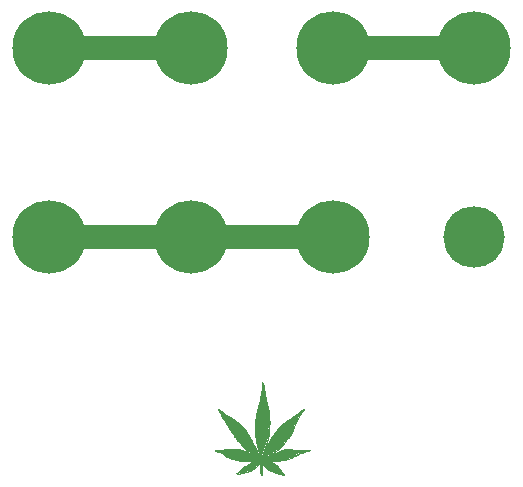
<source format=gbr>
G04 #@! TF.GenerationSoftware,KiCad,Pcbnew,(5.1.9-0-10_14)*
G04 #@! TF.CreationDate,2021-02-15T21:42:47-08:00*
G04 #@! TF.ProjectId,bigroom,62696772-6f6f-46d2-9e6b-696361645f70,rev?*
G04 #@! TF.SameCoordinates,Original*
G04 #@! TF.FileFunction,Soldermask,Top*
G04 #@! TF.FilePolarity,Negative*
%FSLAX46Y46*%
G04 Gerber Fmt 4.6, Leading zero omitted, Abs format (unit mm)*
G04 Created by KiCad (PCBNEW (5.1.9-0-10_14)) date 2021-02-15 21:42:47*
%MOMM*%
%LPD*%
G01*
G04 APERTURE LIST*
%ADD10C,2.000000*%
%ADD11C,0.100000*%
%ADD12C,0.000002*%
%ADD13C,0.001000*%
%ADD14C,5.202000*%
%ADD15C,6.202000*%
G04 APERTURE END LIST*
D10*
X17750000Y-88750000D02*
X7750000Y-88750000D01*
X42000000Y-88750000D02*
X32000000Y-88750000D01*
X30750000Y-104750000D02*
X9500000Y-104750000D01*
D11*
G36*
X25410400Y-123747650D02*
G01*
X25962850Y-124027050D01*
X26289875Y-124354075D01*
X26424813Y-124584263D01*
X26656588Y-124854138D01*
X26350200Y-124770000D01*
X26096200Y-124693800D01*
X25918400Y-124630300D01*
X25543750Y-124496950D01*
X25184975Y-124303275D01*
X24924625Y-124017525D01*
X24800800Y-123855600D01*
X24864300Y-123893700D01*
X24838900Y-123830200D01*
X24902400Y-123658750D01*
X25410400Y-123747650D01*
G37*
X25410400Y-123747650D02*
X25962850Y-124027050D01*
X26289875Y-124354075D01*
X26424813Y-124584263D01*
X26656588Y-124854138D01*
X26350200Y-124770000D01*
X26096200Y-124693800D01*
X25918400Y-124630300D01*
X25543750Y-124496950D01*
X25184975Y-124303275D01*
X24924625Y-124017525D01*
X24800800Y-123855600D01*
X24864300Y-123893700D01*
X24838900Y-123830200D01*
X24902400Y-123658750D01*
X25410400Y-123747650D01*
G36*
X24616650Y-123766700D02*
G01*
X24248350Y-124198500D01*
X23810200Y-124471550D01*
X23429200Y-124611250D01*
X22679900Y-124776350D01*
X23162500Y-124249300D01*
X23556200Y-123982600D01*
X23924500Y-123779400D01*
X24394400Y-123703200D01*
X24419800Y-123703200D01*
X24616650Y-123766700D01*
G37*
X24616650Y-123766700D02*
X24248350Y-124198500D01*
X23810200Y-124471550D01*
X23429200Y-124611250D01*
X22679900Y-124776350D01*
X23162500Y-124249300D01*
X23556200Y-123982600D01*
X23924500Y-123779400D01*
X24394400Y-123703200D01*
X24419800Y-123703200D01*
X24616650Y-123766700D01*
G36*
X27823400Y-122738000D02*
G01*
X28255200Y-122763400D01*
X28833207Y-122773943D01*
X28153600Y-122928500D01*
X27721800Y-123119000D01*
X27378900Y-123334900D01*
X26959800Y-123500000D01*
X26426400Y-123588900D01*
X25981900Y-123614300D01*
X25404050Y-123595250D01*
X24826200Y-123576200D01*
X24762700Y-123500000D01*
X24978600Y-123436500D01*
X24985585Y-123385700D01*
X25301815Y-123258700D01*
X25835850Y-123030100D01*
X26388300Y-122826900D01*
X26782000Y-122712600D01*
X27226500Y-122712600D01*
X27823400Y-122738000D01*
G37*
X27823400Y-122738000D02*
X28255200Y-122763400D01*
X28833207Y-122773943D01*
X28153600Y-122928500D01*
X27721800Y-123119000D01*
X27378900Y-123334900D01*
X26959800Y-123500000D01*
X26426400Y-123588900D01*
X25981900Y-123614300D01*
X25404050Y-123595250D01*
X24826200Y-123576200D01*
X24762700Y-123500000D01*
X24978600Y-123436500D01*
X24985585Y-123385700D01*
X25301815Y-123258700D01*
X25835850Y-123030100D01*
X26388300Y-122826900D01*
X26782000Y-122712600D01*
X27226500Y-122712600D01*
X27823400Y-122738000D01*
G36*
X27810700Y-120083700D02*
G01*
X27569400Y-120579000D01*
X27366200Y-121036200D01*
X27105850Y-121556900D01*
X26832800Y-121912500D01*
X26521650Y-122325250D01*
X26051750Y-122718950D01*
X25550100Y-123055500D01*
X24445200Y-123652400D01*
X24470600Y-123322200D01*
X24775400Y-123271400D01*
X25023050Y-122833250D01*
X25238950Y-122369700D01*
X25404050Y-122039500D01*
X25588200Y-121747400D01*
X25753300Y-121429900D01*
X26032700Y-121074300D01*
X26312100Y-120756800D01*
X26642300Y-120464700D01*
X26985200Y-120236100D01*
X27366200Y-119982100D01*
X27759900Y-119715400D01*
X28293300Y-119321700D01*
X27810700Y-120083700D01*
G37*
X27810700Y-120083700D02*
X27569400Y-120579000D01*
X27366200Y-121036200D01*
X27105850Y-121556900D01*
X26832800Y-121912500D01*
X26521650Y-122325250D01*
X26051750Y-122718950D01*
X25550100Y-123055500D01*
X24445200Y-123652400D01*
X24470600Y-123322200D01*
X24775400Y-123271400D01*
X25023050Y-122833250D01*
X25238950Y-122369700D01*
X25404050Y-122039500D01*
X25588200Y-121747400D01*
X25753300Y-121429900D01*
X26032700Y-121074300D01*
X26312100Y-120756800D01*
X26642300Y-120464700D01*
X26985200Y-120236100D01*
X27366200Y-119982100D01*
X27759900Y-119715400D01*
X28293300Y-119321700D01*
X27810700Y-120083700D01*
G36*
X24965900Y-117950100D02*
G01*
X25067500Y-118432700D01*
X25181800Y-118889900D01*
X25264350Y-119220100D01*
X25327850Y-119601100D01*
X25372300Y-120121800D01*
X25372300Y-120655200D01*
X25321500Y-121239400D01*
X25258000Y-121760100D01*
X25115125Y-122255400D01*
X24816675Y-123271400D01*
X24603950Y-123220600D01*
X24369000Y-122306200D01*
X24195962Y-121442600D01*
X24211837Y-120655200D01*
X24264225Y-119994800D01*
X24426150Y-119220100D01*
X24661100Y-118407300D01*
X24788100Y-117632600D01*
X24851600Y-117111900D01*
X24965900Y-117950100D01*
G37*
X24965900Y-117950100D02*
X25067500Y-118432700D01*
X25181800Y-118889900D01*
X25264350Y-119220100D01*
X25327850Y-119601100D01*
X25372300Y-120121800D01*
X25372300Y-120655200D01*
X25321500Y-121239400D01*
X25258000Y-121760100D01*
X25115125Y-122255400D01*
X24816675Y-123271400D01*
X24603950Y-123220600D01*
X24369000Y-122306200D01*
X24195962Y-121442600D01*
X24211837Y-120655200D01*
X24264225Y-119994800D01*
X24426150Y-119220100D01*
X24661100Y-118407300D01*
X24788100Y-117632600D01*
X24851600Y-117111900D01*
X24965900Y-117950100D01*
G36*
X21346400Y-119524900D02*
G01*
X21663900Y-119766200D01*
X22229050Y-120083700D01*
X22825950Y-120515500D01*
X23200600Y-120896500D01*
X23600650Y-121461650D01*
X24197550Y-122642750D01*
X24496000Y-123207900D01*
X24508700Y-123220600D01*
X24178500Y-123246000D01*
X24076900Y-123195200D01*
X23721300Y-122947550D01*
X23314900Y-122579250D01*
X22984700Y-122230000D01*
X22629100Y-121798200D01*
X22349700Y-121379100D01*
X22159200Y-121125100D01*
X21905200Y-120667900D01*
X21651200Y-120299600D01*
X21409900Y-119880500D01*
X21130500Y-119321700D01*
X21346400Y-119524900D01*
G37*
X21346400Y-119524900D02*
X21663900Y-119766200D01*
X22229050Y-120083700D01*
X22825950Y-120515500D01*
X23200600Y-120896500D01*
X23600650Y-121461650D01*
X24197550Y-122642750D01*
X24496000Y-123207900D01*
X24508700Y-123220600D01*
X24178500Y-123246000D01*
X24076900Y-123195200D01*
X23721300Y-122947550D01*
X23314900Y-122579250D01*
X22984700Y-122230000D01*
X22629100Y-121798200D01*
X22349700Y-121379100D01*
X22159200Y-121125100D01*
X21905200Y-120667900D01*
X21651200Y-120299600D01*
X21409900Y-119880500D01*
X21130500Y-119321700D01*
X21346400Y-119524900D01*
G36*
X22752925Y-122703075D02*
G01*
X23089475Y-122798325D01*
X23353000Y-122890400D01*
X24051500Y-123296800D01*
X24081980Y-123324740D01*
X24089600Y-123309500D01*
X24089600Y-123322200D01*
X24081980Y-123324740D01*
X24000700Y-123487300D01*
X24394400Y-123627000D01*
X24184850Y-123652400D01*
X23791150Y-123677800D01*
X23314900Y-123677800D01*
X22870400Y-123614300D01*
X22387800Y-123500000D01*
X21994100Y-123385700D01*
X21587700Y-123157100D01*
X21270200Y-122928500D01*
X20863800Y-122801500D01*
X21511500Y-122750700D01*
X22044900Y-122712600D01*
X22508450Y-122706250D01*
X22752925Y-122703075D01*
G37*
X22752925Y-122703075D02*
X23089475Y-122798325D01*
X23353000Y-122890400D01*
X24051500Y-123296800D01*
X24081980Y-123324740D01*
X24089600Y-123309500D01*
X24089600Y-123322200D01*
X24081980Y-123324740D01*
X24000700Y-123487300D01*
X24394400Y-123627000D01*
X24184850Y-123652400D01*
X23791150Y-123677800D01*
X23314900Y-123677800D01*
X22870400Y-123614300D01*
X22387800Y-123500000D01*
X21994100Y-123385700D01*
X21587700Y-123157100D01*
X21270200Y-122928500D01*
X20863800Y-122801500D01*
X21511500Y-122750700D01*
X22044900Y-122712600D01*
X22508450Y-122706250D01*
X22752925Y-122703075D01*
G36*
X24750000Y-123284100D02*
G01*
X24538862Y-123477775D01*
X24757937Y-123573025D01*
X25508825Y-124115950D01*
X25327850Y-124211200D01*
X24750000Y-123754000D01*
X24762700Y-124846200D01*
X24648400Y-124706500D01*
X24642050Y-123817500D01*
X24686500Y-123817500D01*
X24305500Y-123601600D01*
X24019750Y-123449200D01*
X24184850Y-123169800D01*
X24750000Y-123284100D01*
G37*
X24750000Y-123284100D02*
X24538862Y-123477775D01*
X24757937Y-123573025D01*
X25508825Y-124115950D01*
X25327850Y-124211200D01*
X24750000Y-123754000D01*
X24762700Y-124846200D01*
X24648400Y-124706500D01*
X24642050Y-123817500D01*
X24686500Y-123817500D01*
X24305500Y-123601600D01*
X24019750Y-123449200D01*
X24184850Y-123169800D01*
X24750000Y-123284100D01*
D12*
X24229586Y-121596968D02*
X24236414Y-121663404D01*
X20869176Y-122769928D02*
X20826272Y-122775641D01*
X20925382Y-122764579D02*
X20869176Y-122769928D01*
X20999523Y-122759059D02*
X20925382Y-122764579D01*
X21100810Y-122752773D02*
X20999523Y-122759059D01*
X21214250Y-122745535D02*
X21100810Y-122752773D01*
X21305159Y-122738329D02*
X21214250Y-122745535D01*
X21385946Y-122730142D02*
X21305159Y-122738329D01*
X21467522Y-122719967D02*
X21385946Y-122730142D01*
X21545588Y-122710763D02*
X21467522Y-122719967D01*
X21644548Y-122701810D02*
X21545588Y-122710763D01*
X21752731Y-122693949D02*
X21644548Y-122701810D01*
X21860022Y-122688039D02*
X21752731Y-122693949D01*
X21908893Y-122685783D02*
X21860022Y-122688039D01*
X21978084Y-122682592D02*
X21908893Y-122685783D01*
X22053746Y-122679104D02*
X21978084Y-122682592D01*
X22125022Y-122675821D02*
X22053746Y-122679104D01*
X22292892Y-122668843D02*
X22125022Y-122675821D01*
X22467753Y-122663052D02*
X22292892Y-122668843D01*
X22641324Y-122658069D02*
X22467753Y-122663052D01*
X22669388Y-122663775D02*
X22653889Y-122661762D01*
X22687771Y-122665819D02*
X22669388Y-122663775D01*
X22708715Y-122667713D02*
X22687771Y-122665819D01*
X24220054Y-121487481D02*
X24222649Y-121517124D01*
X25362378Y-123647086D02*
X25407522Y-123650622D01*
X25313537Y-123643388D02*
X25362378Y-123647086D01*
X25268194Y-123640058D02*
X25313537Y-123643388D01*
X25235022Y-123637755D02*
X25268194Y-123640058D01*
X25203615Y-123635486D02*
X25235022Y-123637755D01*
X25164584Y-123632326D02*
X25203615Y-123635486D01*
X25124606Y-123628849D02*
X25164584Y-123632326D01*
X25090022Y-123625579D02*
X25124606Y-123628849D01*
X25028512Y-123620402D02*
X25090022Y-123625579D01*
X24976901Y-123618134D02*
X25028512Y-123620402D01*
X23581364Y-121380665D02*
X23452584Y-121173051D01*
X23710123Y-121610277D02*
X23581364Y-121380665D01*
X25013811Y-123644985D02*
X24975611Y-123637712D01*
X25051820Y-123651668D02*
X25013811Y-123644985D01*
X25077522Y-123655429D02*
X25051820Y-123651668D01*
X25292223Y-123704860D02*
X25165850Y-123671576D01*
X25431550Y-123747366D02*
X25292223Y-123704860D01*
X25565022Y-123794009D02*
X25431550Y-123747366D01*
X25608649Y-123811046D02*
X25565022Y-123794009D01*
X25654637Y-123830487D02*
X25608649Y-123811046D01*
X25702079Y-123851930D02*
X25654637Y-123830487D01*
X25750085Y-123874987D02*
X25702079Y-123851930D01*
X24350081Y-122347260D02*
X24352098Y-122357528D01*
X27361209Y-121034952D02*
X27369743Y-121016562D01*
X27351523Y-121055632D02*
X27361209Y-121034952D01*
X27340022Y-121079870D02*
X27351523Y-121055632D01*
X27328521Y-121104146D02*
X27340022Y-121079870D01*
X27318834Y-121124951D02*
X27328521Y-121104146D01*
X27310385Y-121143329D02*
X27318834Y-121124951D01*
X27270677Y-121231421D02*
X27309292Y-121148297D01*
X27227758Y-121323339D02*
X27270677Y-121231421D01*
X27177442Y-121430277D02*
X27227758Y-121323339D01*
X27154537Y-121478174D02*
X27177442Y-121430277D01*
X27126801Y-121534980D02*
X27154537Y-121478174D01*
X27097730Y-121593998D02*
X27126801Y-121534980D01*
X27090177Y-121605418D02*
X27093588Y-121599615D01*
X27086238Y-121612435D02*
X27090177Y-121605418D01*
X27082041Y-121620277D02*
X27086238Y-121612435D01*
X27073008Y-121637116D02*
X27082041Y-121620277D01*
X27062309Y-121656309D02*
X27073008Y-121637116D01*
X27051117Y-121675799D02*
X27062309Y-121656309D01*
X27040563Y-121693576D02*
X27051117Y-121675799D01*
X27036359Y-121700601D02*
X27040563Y-121693576D01*
X27029895Y-121711546D02*
X27036359Y-121700601D01*
X27022630Y-121723921D02*
X27029895Y-121711546D01*
X27015538Y-121736076D02*
X27022630Y-121723921D01*
X26810765Y-122028716D02*
X26926513Y-121874537D01*
X26679379Y-122185115D02*
X26810765Y-122028716D01*
X26542561Y-122330767D02*
X26679379Y-122185115D01*
X25952444Y-122826945D02*
X26262462Y-122588051D01*
X25596530Y-123058868D02*
X25952444Y-122826945D01*
X25177522Y-123295384D02*
X25596530Y-123058868D01*
X25157210Y-123306206D02*
X25177522Y-123295384D01*
X25133256Y-123319049D02*
X25157210Y-123306206D01*
X25109541Y-123331825D02*
X25133256Y-123319049D01*
X25090022Y-123342411D02*
X25109541Y-123331825D01*
X25072766Y-123351769D02*
X25090022Y-123342411D01*
X25056062Y-123360749D02*
X25072766Y-123351769D01*
X25041782Y-123368359D02*
X25056062Y-123360749D01*
X25034097Y-123372337D02*
X25041782Y-123368359D01*
X25078992Y-123389023D02*
X25018149Y-123415366D01*
X25146972Y-123358528D02*
X25078992Y-123389023D01*
X25215022Y-123326643D02*
X25146972Y-123358528D01*
X25238044Y-123315656D02*
X25215022Y-123326643D01*
X25263850Y-123303400D02*
X25238044Y-123315656D01*
X25288478Y-123291750D02*
X25263850Y-123303400D01*
X25307522Y-123282798D02*
X25288478Y-123291750D01*
X25327497Y-123273393D02*
X25307522Y-123282798D01*
X25355600Y-123260054D02*
X25327497Y-123273393D01*
X25386247Y-123245444D02*
X25355600Y-123260054D01*
X25415022Y-123231661D02*
X25386247Y-123245444D01*
X25469936Y-123205361D02*
X25415022Y-123231661D01*
X25511702Y-123185535D02*
X25469936Y-123205361D01*
X25546707Y-123169148D02*
X25511702Y-123185535D01*
X25580022Y-123153816D02*
X25546707Y-123169148D01*
X25615354Y-123137574D02*
X25580022Y-123153816D01*
X25681774Y-123106749D02*
X25615354Y-123137574D01*
X25749694Y-123075132D02*
X25681774Y-123106749D01*
X25797522Y-123052733D02*
X25749694Y-123075132D01*
X25944502Y-122984657D02*
X25797522Y-123052733D01*
X26095333Y-122916903D02*
X25944502Y-122984657D01*
X26233653Y-122856658D02*
X26095333Y-122916903D01*
X26340022Y-122812680D02*
X26233653Y-122856658D01*
X26393337Y-122791611D02*
X26340022Y-122812680D01*
X26428135Y-122778359D02*
X26393337Y-122791611D01*
X26457932Y-122767769D02*
X26428135Y-122778359D01*
X26492522Y-122756289D02*
X26457932Y-122767769D01*
X26551620Y-122738467D02*
X26492522Y-122756289D01*
X26613071Y-122722384D02*
X26551620Y-122738467D01*
X26674574Y-122708597D02*
X26613071Y-122722384D01*
X26733822Y-122697669D02*
X26674574Y-122708597D01*
X26775789Y-122691782D02*
X26733822Y-122697669D01*
X26811324Y-122688975D02*
X26775789Y-122691782D01*
X26855896Y-122688261D02*
X26811324Y-122688975D01*
X26936322Y-122689370D02*
X26855896Y-122688261D01*
X26993234Y-122690735D02*
X26936322Y-122689370D01*
X27051607Y-122692737D02*
X26993234Y-122690735D01*
X27103546Y-122695032D02*
X27051607Y-122692737D01*
X27137522Y-122697267D02*
X27103546Y-122695032D01*
X27168287Y-122699702D02*
X27137522Y-122697267D01*
X27207662Y-122702627D02*
X27168287Y-122699702D01*
X27248691Y-122705545D02*
X27207662Y-122702627D01*
X27285022Y-122707990D02*
X27248691Y-122705545D01*
X27322057Y-122710418D02*
X27285022Y-122707990D01*
X27365318Y-122713293D02*
X27322057Y-122710418D01*
X27407867Y-122716150D02*
X27365318Y-122713293D01*
X27442522Y-122718510D02*
X27407867Y-122716150D01*
X27495145Y-122720680D02*
X27442522Y-122718510D01*
X27687897Y-122723130D02*
X27495145Y-122720680D01*
X27916132Y-122725346D02*
X27687897Y-122723130D01*
X28172522Y-122726997D02*
X27916132Y-122725346D01*
X28510194Y-122728974D02*
X28172522Y-122726997D01*
X28696598Y-122730953D02*
X28510194Y-122728974D01*
X28825267Y-122733028D02*
X28696598Y-122730953D01*
X28750776Y-122801805D02*
X28815174Y-122781131D01*
X28688093Y-122821392D02*
X28750776Y-122801805D01*
X28652522Y-122831377D02*
X28688093Y-122821392D01*
X28523171Y-122868169D02*
X28652522Y-122831377D01*
X28348786Y-122925203D02*
X28523171Y-122868169D01*
X28169767Y-122988251D02*
X28348786Y-122925203D01*
X28022522Y-123045274D02*
X28169767Y-122988251D01*
X27899199Y-123098078D02*
X28022522Y-123045274D01*
X27753927Y-123164591D02*
X27899199Y-123098078D01*
X27612600Y-123232490D02*
X27753927Y-123164591D01*
X27502522Y-123289199D02*
X27612600Y-123232490D01*
X27368504Y-123360433D02*
X27502522Y-123289199D01*
X27283440Y-123402696D02*
X27368504Y-123360433D01*
X27208987Y-123435131D02*
X27283440Y-123402696D01*
X27117522Y-123470178D02*
X27208987Y-123435131D01*
X27042423Y-123497307D02*
X27117522Y-123470178D01*
X27002851Y-123510723D02*
X27042423Y-123497307D01*
X26963400Y-123522598D02*
X27002851Y-123510723D01*
X26890022Y-123543034D02*
X26963400Y-123522598D01*
X26770804Y-123572545D02*
X26890022Y-123543034D01*
X26633620Y-123600279D02*
X26770804Y-123572545D01*
X26495884Y-123623156D02*
X26633620Y-123600279D01*
X26375022Y-123637838D02*
X26495884Y-123623156D01*
X26351013Y-123640138D02*
X26375022Y-123637838D01*
X26316506Y-123643487D02*
X26351013Y-123640138D01*
X26278547Y-123647195D02*
X26316506Y-123643487D01*
X26242522Y-123650739D02*
X26278547Y-123647195D01*
X26108935Y-123658145D02*
X26242522Y-123650739D01*
X25836190Y-123659806D02*
X26108935Y-123658145D01*
X25563070Y-123657895D02*
X25836190Y-123659806D01*
X25407522Y-123650622D02*
X25563070Y-123657895D01*
X24934700Y-123617876D02*
X24976901Y-123618134D01*
X23860636Y-121888155D02*
X23844341Y-121858062D01*
X23871221Y-121907777D02*
X23860636Y-121888155D01*
X25261249Y-122283226D02*
X25214982Y-122380277D01*
X25346807Y-122112328D02*
X25261249Y-122283226D01*
X25433548Y-121941636D02*
X25346807Y-122112328D01*
X25474269Y-121866527D02*
X25433548Y-121941636D01*
X25488678Y-121841366D02*
X25474269Y-121866527D01*
X25499929Y-121821636D02*
X25488678Y-121841366D01*
X25509609Y-121804555D02*
X25499929Y-121821636D01*
X25519048Y-121787777D02*
X25509609Y-121804555D01*
X25525983Y-121775624D02*
X25519048Y-121787777D01*
X25537590Y-121755731D02*
X25525983Y-121775624D01*
X25550976Y-121732985D02*
X25537590Y-121755731D01*
X25564458Y-121710277D02*
X25550976Y-121732985D01*
X25577575Y-121688268D02*
X25564458Y-121710277D01*
X25589864Y-121667624D02*
X25577575Y-121688268D01*
X25600197Y-121650243D02*
X25589864Y-121667624D01*
X25604889Y-121642307D02*
X25600197Y-121650243D01*
X25649259Y-121570233D02*
X25604889Y-121642307D01*
X25712393Y-121473837D02*
X25649259Y-121570233D01*
X25779939Y-121374271D02*
X25712393Y-121473837D01*
X25839543Y-121290277D02*
X25779939Y-121374271D01*
X25896819Y-121213641D02*
X25839543Y-121290277D01*
X25967177Y-121123061D02*
X25896819Y-121213641D01*
X26034639Y-121038542D02*
X25967177Y-121123061D01*
X26077847Y-120987777D02*
X26034639Y-121038542D01*
X27385064Y-120981889D02*
X27394416Y-120961958D01*
X27377187Y-120998945D02*
X27385064Y-120981889D01*
X27370294Y-121014044D02*
X27377187Y-120998945D01*
X23825985Y-121824222D02*
X23808037Y-121791194D01*
X23844341Y-121858062D02*
X23825985Y-121824222D01*
X25143609Y-122541378D02*
X25135721Y-122560277D01*
X25170843Y-122479384D02*
X25143609Y-122541378D01*
X25197720Y-122418594D02*
X25170843Y-122479384D01*
X25214982Y-122380277D02*
X25197720Y-122418594D01*
X26565022Y-124874046D02*
X26596281Y-124887761D01*
X26501838Y-124847762D02*
X26565022Y-124874046D01*
X26435736Y-124824319D02*
X26501838Y-124847762D01*
X26364120Y-124802862D02*
X26435736Y-124824319D01*
X26284294Y-124782548D02*
X26364120Y-124802862D01*
X26147606Y-124749292D02*
X26284294Y-124782548D01*
X23880128Y-121924323D02*
X23871221Y-121907777D01*
X23890235Y-121943074D02*
X23880128Y-121924323D01*
X25003305Y-122886243D02*
X24994490Y-122906661D01*
X25013179Y-122862378D02*
X25003305Y-122886243D01*
X25024497Y-122834151D02*
X25013179Y-122862378D01*
X25037768Y-122800277D02*
X25024497Y-122834151D01*
X25043655Y-122785324D02*
X25037768Y-122800277D01*
X25050109Y-122769333D02*
X25043655Y-122785324D01*
X25056173Y-122754627D02*
X25050109Y-122769333D01*
X26343113Y-124447827D02*
X26251099Y-124304225D01*
X26408325Y-124544131D02*
X26343113Y-124447827D01*
X26469278Y-124626381D02*
X26408325Y-124544131D01*
X26544380Y-124720045D02*
X26469278Y-124626381D01*
X26587947Y-124772822D02*
X26544380Y-124720045D01*
X26601771Y-124789809D02*
X26587947Y-124772822D01*
X26612079Y-124803035D02*
X26601771Y-124789809D01*
X24384498Y-119270277D02*
X24370636Y-119320269D01*
X25060691Y-122744082D02*
X25056173Y-122754627D01*
X25064264Y-122735606D02*
X25060691Y-122744082D01*
X25067281Y-122727667D02*
X25064264Y-122735606D01*
X25069553Y-122720959D02*
X25067281Y-122727667D01*
X25072848Y-122708209D02*
X25070501Y-122714968D01*
X25075958Y-122700210D02*
X25072848Y-122708209D01*
X25079642Y-122691661D02*
X25075958Y-122700210D01*
X25093866Y-122659784D02*
X25079642Y-122691661D01*
X25102969Y-122638632D02*
X25093866Y-122659784D01*
X25109166Y-122623491D02*
X25102969Y-122638632D01*
X25113194Y-122609786D02*
X25110459Y-122616632D01*
X25116707Y-122601673D02*
X25113194Y-122609786D01*
X25120874Y-122592777D02*
X25116707Y-122601673D01*
X25125330Y-122583430D02*
X25120874Y-122592777D01*
X25129723Y-122573949D02*
X25125330Y-122583430D01*
X25133495Y-122565577D02*
X25129723Y-122573949D01*
X25135721Y-122560277D02*
X25133495Y-122565577D01*
X26627281Y-124823316D02*
X26612079Y-124803035D01*
X26643683Y-124846689D02*
X26627281Y-124823316D01*
X26087272Y-120977192D02*
X26077847Y-120987777D01*
X26107031Y-120954856D02*
X26087272Y-120977192D01*
X26130430Y-120928361D02*
X26107031Y-120954856D01*
X26155193Y-120900277D02*
X26130430Y-120928361D01*
X26263704Y-120783304D02*
X26155193Y-120900277D01*
X26396053Y-120652079D02*
X26263704Y-120783304D01*
X26527297Y-120530085D02*
X26396053Y-120652079D01*
X26630250Y-120444220D02*
X26527297Y-120530085D01*
X26717428Y-120378727D02*
X26630250Y-120444220D01*
X26796415Y-120323278D02*
X26717428Y-120378727D01*
X26898457Y-120256351D02*
X26796415Y-120323278D01*
X27077522Y-120142769D02*
X26898457Y-120256351D01*
X27139629Y-120103344D02*
X27077522Y-120142769D01*
X27206365Y-120060469D02*
X27139629Y-120103344D01*
X27267965Y-120020471D02*
X27206365Y-120060469D01*
X27312522Y-119990991D02*
X27267965Y-120020471D01*
X27447222Y-119899298D02*
X27312522Y-119990991D01*
X27570866Y-119812251D02*
X27447222Y-119899298D01*
X27718690Y-119704774D02*
X27570866Y-119812251D01*
X27940022Y-119540957D02*
X27718690Y-119704774D01*
X27983928Y-119508350D02*
X27940022Y-119540957D01*
X28026959Y-119476446D02*
X27983928Y-119508350D01*
X28064011Y-119449020D02*
X28026959Y-119476446D01*
X28085022Y-119433543D02*
X28064011Y-119449020D01*
X28101209Y-119421646D02*
X28085022Y-119433543D01*
X28118850Y-119408643D02*
X28101209Y-119421646D01*
X28135320Y-119396471D02*
X28118850Y-119408643D01*
X28147522Y-119387414D02*
X28135320Y-119396471D01*
X28187477Y-119359270D02*
X28147522Y-119387414D01*
X28242952Y-119323208D02*
X28187477Y-119359270D01*
X28299438Y-119287759D02*
X28242952Y-119323208D01*
X28315329Y-119322507D02*
X28327667Y-119305539D01*
X28295976Y-119346851D02*
X28315329Y-119322507D01*
X28276429Y-119370518D02*
X28295976Y-119346851D01*
X28195948Y-119464257D02*
X28249895Y-119398072D01*
X28141922Y-119531904D02*
X28195948Y-119464257D01*
X28101038Y-119585277D02*
X28141922Y-119531904D01*
X28024034Y-119693698D02*
X28101038Y-119585277D01*
X27963980Y-119789678D02*
X28024034Y-119693698D01*
X27898409Y-119910452D02*
X27963980Y-119789678D01*
X27795463Y-120115277D02*
X27898409Y-119910452D01*
X27762314Y-120182396D02*
X27795463Y-120115277D01*
X27732337Y-120243418D02*
X27762314Y-120182396D01*
X27707300Y-120294652D02*
X27732337Y-120243418D01*
X27698740Y-120312777D02*
X27707300Y-120294652D01*
X27683870Y-120344997D02*
X27698740Y-120312777D01*
X27648656Y-120420485D02*
X27683870Y-120344997D01*
X27613434Y-120495815D02*
X27648656Y-120420485D01*
X27592505Y-120540277D02*
X27613434Y-120495815D01*
X27586270Y-120553483D02*
X27592505Y-120540277D01*
X27576572Y-120574090D02*
X27586270Y-120553483D01*
X27565623Y-120597387D02*
X27576572Y-120574090D01*
X27554881Y-120620277D02*
X27565623Y-120597387D01*
X27502656Y-120731614D02*
X27554881Y-120620277D01*
X27455466Y-120832138D02*
X27502656Y-120731614D01*
X27416565Y-120914935D02*
X27455466Y-120832138D01*
X27394416Y-120961958D02*
X27416565Y-120914935D01*
X24206089Y-120270173D02*
X24200432Y-120347777D01*
X24241414Y-119934273D02*
X24239359Y-119951746D01*
X24249812Y-121775277D02*
X24252112Y-121791881D01*
X21970022Y-123404199D02*
X22035345Y-123431444D01*
X21922193Y-123382386D02*
X21970022Y-123404199D01*
X21846008Y-123345116D02*
X21922193Y-123382386D01*
X21763874Y-123304229D02*
X21846008Y-123345116D01*
X22884167Y-122697547D02*
X22787077Y-122677867D01*
X22988541Y-122723880D02*
X22884167Y-122697547D01*
X23090022Y-122754629D02*
X22988541Y-122723880D01*
X23161345Y-122778648D02*
X23090022Y-122754629D01*
X23212918Y-122797344D02*
X23161345Y-122778648D01*
X23264767Y-122818060D02*
X23212918Y-122797344D01*
X23337522Y-122848978D02*
X23264767Y-122818060D01*
X23386095Y-122871297D02*
X23337522Y-122848978D01*
X23472054Y-122913707D02*
X23386095Y-122871297D01*
X23557800Y-122957003D02*
X23472054Y-122913707D01*
X23607522Y-122983724D02*
X23557800Y-122957003D01*
X23624485Y-122993290D02*
X23607522Y-122983724D01*
X23642381Y-123003359D02*
X23624485Y-122993290D01*
X23658665Y-123012503D02*
X23642381Y-123003359D01*
X23670022Y-123018855D02*
X23658665Y-123012503D01*
X23717579Y-123046350D02*
X23670022Y-123018855D01*
X23779264Y-123083880D02*
X23717579Y-123046350D01*
X23844127Y-123124579D02*
X23779264Y-123083880D01*
X23902522Y-123162529D02*
X23844127Y-123124579D01*
X24019621Y-123239782D02*
X23902522Y-123162529D01*
X23936635Y-123156997D02*
X24035879Y-123236626D01*
X23826355Y-123068615D02*
X23936635Y-123156997D01*
X23705655Y-122971064D02*
X23826355Y-123068615D01*
X23596190Y-122882022D02*
X23705655Y-122971064D01*
X23547522Y-122841366D02*
X23596190Y-122882022D01*
X23310218Y-122628564D02*
X23547522Y-122841366D01*
X23081976Y-122403889D02*
X23310218Y-122628564D01*
X22876302Y-122181368D02*
X23081976Y-122403889D01*
X22707522Y-121975413D02*
X22876302Y-122181368D01*
X22697035Y-121961730D02*
X22707522Y-121975413D01*
X22680933Y-121940881D02*
X22697035Y-121961730D01*
X22662804Y-121917489D02*
X22680933Y-121940881D01*
X22645094Y-121894720D02*
X22662804Y-121917489D01*
X22600771Y-121836679D02*
X22645094Y-121894720D01*
X22548022Y-121765362D02*
X22600771Y-121836679D01*
X22493294Y-121689659D02*
X22548022Y-121765362D01*
X22442611Y-121617777D02*
X22493294Y-121689659D01*
X22365794Y-121505183D02*
X22442611Y-121617777D01*
X22253314Y-121336047D02*
X22365794Y-121505183D01*
X22142960Y-121168079D02*
X22253314Y-121336047D01*
X22077810Y-121065811D02*
X22142960Y-121168079D01*
X22062852Y-121041839D02*
X22077810Y-121065811D01*
X22043501Y-121011028D02*
X22062852Y-121041839D01*
X22023210Y-120978853D02*
X22043501Y-121011028D01*
X22005098Y-120950277D02*
X22023210Y-120978853D01*
X21982466Y-120914465D02*
X22005098Y-120950277D01*
X21944344Y-120853699D02*
X21982466Y-120914465D01*
X21900478Y-120783586D02*
X21944344Y-120853699D01*
X21856299Y-120712777D02*
X21900478Y-120783586D01*
X21813762Y-120644522D02*
X21856299Y-120712777D01*
X21774866Y-120582137D02*
X21813762Y-120644522D01*
X21742249Y-120529846D02*
X21774866Y-120582137D01*
X21730010Y-120510277D02*
X21742249Y-120529846D01*
X21687630Y-120441590D02*
X21730010Y-120510277D01*
X21617790Y-120326106D02*
X21687630Y-120441590D01*
X21547729Y-120209490D02*
X21617790Y-120326106D01*
X21522165Y-120165277D02*
X21547729Y-120209490D01*
X21519328Y-120160248D02*
X21522165Y-120165277D01*
X21515217Y-120153074D02*
X21519328Y-120160248D01*
X21510674Y-120145211D02*
X21515217Y-120153074D01*
X21506342Y-120137777D02*
X21510674Y-120145211D01*
X21477044Y-120087083D02*
X21506342Y-120137777D01*
X21418968Y-119985057D02*
X21477044Y-120087083D01*
X21360346Y-119881702D02*
X21418968Y-119985057D01*
X21338754Y-119842777D02*
X21360346Y-119881702D01*
X21329351Y-119825536D02*
X21338754Y-119842777D01*
X21317835Y-119804543D02*
X21329351Y-119825536D01*
X21306140Y-119783314D02*
X21317835Y-119804543D01*
X21296150Y-119765277D02*
X21306140Y-119783314D01*
X21267394Y-119710797D02*
X21296150Y-119765277D01*
X21212647Y-119600518D02*
X21267394Y-119710797D01*
X21152078Y-119477345D02*
X21212647Y-119600518D01*
X21147209Y-119459477D02*
X21149530Y-119465636D01*
X21144113Y-119452210D02*
X21147209Y-119459477D01*
X21140446Y-119444500D02*
X21144113Y-119452210D01*
X21112376Y-119372674D02*
X21125567Y-119410779D01*
X21102797Y-119337022D02*
X21112376Y-119372674D01*
X24057816Y-123255118D02*
X24063100Y-123259282D01*
X24899153Y-117180779D02*
X24883695Y-117104885D01*
X24916249Y-117280893D02*
X24899153Y-117180779D01*
X24934771Y-117407777D02*
X24916249Y-117280893D01*
X24939195Y-117439649D02*
X24934771Y-117407777D01*
X24943664Y-117471324D02*
X24939195Y-117439649D01*
X24947609Y-117498853D02*
X24943664Y-117471324D01*
X24950058Y-117515277D02*
X24947609Y-117498853D01*
X24952198Y-117529274D02*
X24950058Y-117515277D01*
X24954846Y-117546746D02*
X24952198Y-117529274D01*
X24957550Y-117564693D02*
X24954846Y-117546746D01*
X24959879Y-117580277D02*
X24957550Y-117564693D01*
X25000474Y-117845675D02*
X24959879Y-117580277D01*
X25032146Y-118033530D02*
X25000474Y-117845675D01*
X25062899Y-118191341D02*
X25032146Y-118033530D01*
X25099454Y-118355379D02*
X25062899Y-118191341D01*
X25124492Y-118458731D02*
X25099454Y-118355379D01*
X25156786Y-118586990D02*
X25124492Y-118458731D01*
X25188947Y-118712230D02*
X25156786Y-118586990D01*
X25199546Y-118747777D02*
X25188947Y-118712230D01*
X25201577Y-118754390D02*
X25199546Y-118747777D01*
X25204324Y-118764684D02*
X25201577Y-118754390D01*
X25207226Y-118776332D02*
X25204324Y-118764684D01*
X25209866Y-118787777D02*
X25207226Y-118776332D01*
X25212509Y-118799406D02*
X25209866Y-118787777D01*
X25215418Y-118811606D02*
X25212509Y-118799406D01*
X25218167Y-118822654D02*
X25215418Y-118811606D01*
X25220219Y-118830277D02*
X25218167Y-118822654D01*
X25241211Y-118911306D02*
X25220219Y-118830277D01*
X25270319Y-119039530D02*
X25241211Y-118911306D01*
X25297583Y-119167148D02*
X25270319Y-119039530D01*
X25310471Y-119240277D02*
X25297583Y-119167148D01*
X25312659Y-119254272D02*
X25310471Y-119240277D01*
X25315675Y-119271746D02*
X25312659Y-119254272D01*
X25318972Y-119289692D02*
X25315675Y-119271746D01*
X25322053Y-119305277D02*
X25318972Y-119289692D01*
X25333969Y-119371401D02*
X25322053Y-119305277D01*
X25348521Y-119470705D02*
X25333969Y-119371401D01*
X25363047Y-119582002D02*
X25348521Y-119470705D01*
X25375375Y-119690277D02*
X25363047Y-119582002D01*
X25383692Y-119777355D02*
X25375375Y-119690277D01*
X25391238Y-119873355D02*
X25383692Y-119777355D01*
X25399412Y-119996795D02*
X25391238Y-119873355D01*
X25409993Y-120175277D02*
X25399412Y-119996795D01*
X25414428Y-120311801D02*
X25409993Y-120175277D01*
X25413207Y-120473699D02*
X25414428Y-120311801D01*
D13*
X25406205Y-120680188D02*
X25413207Y-120473699D01*
X25392243Y-120960277D02*
X25406205Y-120680188D01*
D12*
X25388309Y-121013260D02*
X25392243Y-120960277D01*
X25379073Y-121107488D02*
X25388309Y-121013260D01*
X25368702Y-121204897D02*
X25379073Y-121107488D01*
X25359856Y-121277777D02*
X25368702Y-121204897D01*
X25357613Y-121295020D02*
X25359856Y-121277777D01*
X25354937Y-121316012D02*
X25357613Y-121295020D01*
X25352271Y-121337241D02*
X25354937Y-121316012D01*
X25350050Y-121355277D02*
X25352271Y-121337241D01*
X25347806Y-121372962D02*
X25350050Y-121355277D01*
X25345075Y-121393074D02*
X25347806Y-121372962D01*
X25342299Y-121412476D02*
X25345075Y-121393074D01*
X25339942Y-121427777D02*
X25342299Y-121412476D01*
X25337622Y-121442744D02*
X25339942Y-121427777D01*
X25334972Y-121461012D02*
X25337622Y-121442744D01*
X25332418Y-121479518D02*
X25334972Y-121461012D01*
X25330389Y-121495277D02*
X25332418Y-121479518D01*
X25311335Y-121617675D02*
X25330389Y-121495277D01*
X25271650Y-121819623D02*
X25311335Y-121617675D01*
X25228766Y-122021371D02*
X25271650Y-121819623D01*
X25197485Y-122145277D02*
X25228766Y-122021371D01*
X25194512Y-122155948D02*
X25197485Y-122145277D01*
X25191467Y-122167340D02*
X25194512Y-122155948D01*
X25188776Y-122177807D02*
X25191467Y-122167340D01*
X25186995Y-122185277D02*
X25188776Y-122177807D01*
X25177390Y-122223770D02*
X25186995Y-122185277D01*
X25147648Y-122331388D02*
X25177390Y-122223770D01*
X25117938Y-122437284D02*
X25147648Y-122331388D01*
X25100778Y-122495277D02*
X25117938Y-122437284D01*
X25096460Y-122509274D02*
X25100778Y-122495277D01*
X25091080Y-122526746D02*
X25096460Y-122509274D01*
X25085561Y-122544693D02*
X25091080Y-122526746D01*
X25080776Y-122560277D02*
X25085561Y-122544693D01*
X25063681Y-122614093D02*
X25080776Y-122560277D01*
X25032504Y-122708295D02*
X25063681Y-122614093D01*
X24999871Y-122805470D02*
X25032504Y-122708295D01*
X24974966Y-122877777D02*
X24999871Y-122805470D01*
X24964918Y-122906638D02*
X24974966Y-122877777D01*
X24955745Y-122933387D02*
X24964918Y-122906638D01*
X24948156Y-122955862D02*
X24955745Y-122933387D01*
X24945217Y-122965277D02*
X24948156Y-122955862D01*
X24942515Y-122974002D02*
X24945217Y-122965277D01*
X24936887Y-122990861D02*
X24942515Y-122974002D01*
X24930133Y-123010670D02*
X24936887Y-122990861D01*
X24922951Y-123031307D02*
X24930133Y-123010670D01*
X24905426Y-123084707D02*
X24922951Y-123031307D01*
X24932120Y-123062777D02*
X24912455Y-123105327D01*
X24938098Y-123048783D02*
X24932120Y-123062777D01*
X24944664Y-123033598D02*
X24938098Y-123048783D01*
X24950839Y-123019472D02*
X24944664Y-123033598D01*
X24955464Y-123009082D02*
X24950839Y-123019472D01*
X24959124Y-123000664D02*
X24955464Y-123009082D01*
X24962214Y-122992904D02*
X24959124Y-123000664D01*
X24964584Y-122986362D02*
X24962214Y-122992904D01*
X24967959Y-122974785D02*
X24965482Y-122981197D01*
X24971191Y-122967186D02*
X24967959Y-122974785D01*
X24975022Y-122958958D02*
X24971191Y-122967186D01*
X24978851Y-122950659D02*
X24975022Y-122958958D01*
X24982084Y-122942840D02*
X24978851Y-122950659D01*
X24984508Y-122936216D02*
X24982084Y-122942840D01*
X24987803Y-122923264D02*
X24985503Y-122930064D01*
X24990864Y-122915223D02*
X24987803Y-122923264D01*
X24994490Y-122906661D02*
X24990864Y-122915223D01*
X23764682Y-121708855D02*
X23760103Y-121700347D01*
X23754695Y-121690555D02*
X23748277Y-121679295D01*
X23760103Y-121700347D02*
X23754695Y-121690555D01*
X21745912Y-123291285D02*
X21753091Y-123295898D01*
X21737281Y-123285930D02*
X21745912Y-123291285D01*
X21727522Y-123280101D02*
X21737281Y-123285930D01*
X21717356Y-123274103D02*
X21727522Y-123280101D01*
X21707487Y-123268234D02*
X21717356Y-123274103D01*
X21699047Y-123263177D02*
X21707487Y-123268234D01*
X21694424Y-123260341D02*
X21699047Y-123263177D01*
X21690259Y-123257797D02*
X21694424Y-123260341D01*
X21684094Y-123254150D02*
X21690259Y-123257797D01*
X21677233Y-123250155D02*
X21684094Y-123254150D01*
X21670629Y-123246375D02*
X21677233Y-123250155D01*
X21632016Y-123220005D02*
X21660474Y-123239975D01*
X21598261Y-123195940D02*
X21632016Y-123220005D01*
X21561226Y-123169103D02*
X21598261Y-123195940D01*
X21383114Y-123046773D02*
X21561226Y-123169103D01*
X20858826Y-122824954D02*
X21076951Y-122896611D01*
X20826926Y-122815042D02*
X20858826Y-122824954D01*
X26035632Y-124719595D02*
X26147606Y-124749292D01*
X25948054Y-124693690D02*
X26035632Y-124719595D01*
X25887486Y-124671027D02*
X25892522Y-124673101D01*
X25880318Y-124668265D02*
X25887486Y-124671027D01*
X25872455Y-124665344D02*
X25880318Y-124668265D01*
X25865022Y-124662696D02*
X25872455Y-124665344D01*
X25857177Y-124659863D02*
X25865022Y-124662696D01*
X25848034Y-124656363D02*
X25857177Y-124659863D01*
X25839059Y-124652778D02*
X25848034Y-124656363D01*
X25831766Y-124649691D02*
X25839059Y-124652778D01*
X25825511Y-124647043D02*
X25831766Y-124649691D01*
X25819752Y-124644808D02*
X25825511Y-124647043D01*
X25814899Y-124643092D02*
X25819752Y-124644808D01*
X25714667Y-124603305D02*
X25809189Y-124642029D01*
X25631032Y-124568860D02*
X25714667Y-124603305D01*
X25585022Y-124549343D02*
X25631032Y-124568860D01*
X25534226Y-124526283D02*
X25585022Y-124549343D01*
X25464035Y-124492512D02*
X25534226Y-124526283D01*
X25396005Y-124458811D02*
X25464035Y-124492512D01*
X25360022Y-124439386D02*
X25396005Y-124458811D01*
X25334250Y-124424488D02*
X25360022Y-124439386D01*
X25315712Y-124413819D02*
X25334250Y-124424488D01*
X25302040Y-124406010D02*
X25315712Y-124413819D01*
X25292522Y-124400665D02*
X25302040Y-124406010D01*
X25252423Y-124376144D02*
X25292522Y-124400665D01*
X25202352Y-124341071D02*
X25252423Y-124376144D01*
X25149465Y-124300893D02*
X25202352Y-124341071D01*
X25100022Y-124260105D02*
X25149465Y-124300893D01*
X24816672Y-123882136D02*
X24829292Y-123906527D01*
X24793420Y-124021549D02*
X24795654Y-123878424D01*
X24791301Y-124181187D02*
X24793420Y-124021549D01*
X24789456Y-124369690D02*
X24791301Y-124181187D01*
X24787665Y-124558576D02*
X24789456Y-124369690D01*
X24785717Y-124719472D02*
X24787665Y-124558576D01*
X24783721Y-124862425D02*
X24785717Y-124719472D01*
X24745478Y-124859837D02*
X24768527Y-124881046D01*
X24719013Y-124834616D02*
X24745478Y-124859837D01*
X24688906Y-124804683D02*
X24719013Y-124834616D01*
X24611648Y-124726588D02*
X24688906Y-124804683D01*
X24608335Y-124426359D02*
X24611648Y-124726588D01*
X24607066Y-124301023D02*
X24608335Y-124426359D01*
X24605995Y-124172704D02*
X24607066Y-124301023D01*
X24605237Y-124058674D02*
X24605995Y-124172704D01*
X24605022Y-123984454D02*
X24605237Y-124058674D01*
X24604720Y-123923849D02*
X24605022Y-123984454D01*
X24603728Y-123879717D02*
X24604720Y-123923849D01*
X24602369Y-123844990D02*
X24603728Y-123879717D01*
X24586630Y-123855560D02*
X24597055Y-123844089D01*
X24574618Y-123869615D02*
X24586630Y-123855560D01*
X24561309Y-123886292D02*
X24574618Y-123869615D01*
X24469679Y-123996929D02*
X24561309Y-123886292D01*
X24371336Y-124101497D02*
X24469679Y-123996929D01*
X24272618Y-124193723D02*
X24371336Y-124101497D01*
X24043872Y-124357727D02*
X24180022Y-124266907D01*
X23910543Y-124434003D02*
X24043872Y-124357727D01*
X23770115Y-124500989D02*
X23910543Y-124434003D01*
X23612522Y-124563854D02*
X23770115Y-124500989D01*
X23556592Y-124583017D02*
X23612522Y-124563854D01*
X23464001Y-124612067D02*
X23556592Y-124583017D01*
X23370530Y-124640489D02*
X23464001Y-124612067D01*
X23325788Y-124651427D02*
X23335022Y-124649348D01*
X23276256Y-124663853D02*
X23325788Y-124651427D01*
X23218574Y-124678414D02*
X23276256Y-124663853D01*
X23152522Y-124695214D02*
X23218574Y-124678414D01*
X23085223Y-124712309D02*
X23152522Y-124695214D01*
X23023647Y-124727802D02*
X23085223Y-124712309D01*
X22972000Y-124740673D02*
X23023647Y-124727802D01*
X22952522Y-124745258D02*
X22972000Y-124740673D01*
X22939392Y-124748201D02*
X22952522Y-124745258D01*
X22924725Y-124751527D02*
X22939392Y-124748201D01*
X22910765Y-124754724D02*
X22924725Y-124751527D01*
X22900022Y-124757222D02*
X22910765Y-124754724D01*
X22876495Y-124762411D02*
X22900022Y-124757222D01*
X22819890Y-124774006D02*
X22876495Y-124762411D01*
X22756655Y-124786751D02*
X22819890Y-124774006D01*
X22696570Y-124798613D02*
X22756655Y-124786751D01*
X22680754Y-124801291D02*
X22696570Y-124798613D01*
X22759998Y-124642550D02*
X22677331Y-124731110D01*
X22797172Y-124603045D02*
X22759998Y-124642550D01*
X22836499Y-124561019D02*
X22797172Y-124603045D01*
X22872351Y-124522510D02*
X22836499Y-124561019D01*
X22897522Y-124495213D02*
X22872351Y-124522510D01*
X22940178Y-124449392D02*
X22897522Y-124495213D01*
X22976361Y-124412256D02*
X22940178Y-124449392D01*
X23013224Y-124376564D02*
X22976361Y-124412256D01*
X23057926Y-124335277D02*
X23013224Y-124376564D01*
X23077115Y-124317823D02*
X23057926Y-124335277D01*
X23093687Y-124302653D02*
X23077115Y-124317823D01*
X23108008Y-124289477D02*
X23093687Y-124302653D01*
X23130147Y-124270015D02*
X23112103Y-124285349D01*
X23150885Y-124252487D02*
X23130147Y-124270015D01*
X23175022Y-124232231D02*
X23150885Y-124252487D01*
X23280470Y-124147248D02*
X23175022Y-124232231D01*
X23380076Y-124073754D02*
X23280470Y-124147248D01*
X23480113Y-124007287D02*
X23380076Y-124073754D01*
X23586795Y-123943515D02*
X23480113Y-124007287D01*
X23620714Y-123925268D02*
X23586795Y-123943515D01*
X23676262Y-123897389D02*
X23620714Y-123925268D01*
X23732493Y-123869994D02*
X23676262Y-123897389D01*
X23770022Y-123852890D02*
X23732493Y-123869994D01*
X23809757Y-123835775D02*
X23770022Y-123852890D01*
X23829737Y-123827382D02*
X23809757Y-123835775D01*
X23845779Y-123821025D02*
X23829737Y-123827382D01*
X23866272Y-123813347D02*
X23845779Y-123821025D01*
X23879186Y-123808599D02*
X23866272Y-123813347D01*
X23894287Y-123803046D02*
X23879186Y-123808599D01*
X23909151Y-123797580D02*
X23894287Y-123803046D01*
X23921272Y-123793122D02*
X23909151Y-123797580D01*
X23956104Y-123781114D02*
X23921272Y-123793122D01*
X24013274Y-123763030D02*
X23956104Y-123781114D01*
X24070340Y-123745577D02*
X24013274Y-123763030D01*
X24097522Y-123738372D02*
X24070340Y-123745577D01*
X24153341Y-123724277D02*
X24097522Y-123738372D01*
X24218904Y-123705292D02*
X24153341Y-123724277D01*
X24280034Y-123686296D02*
X24218904Y-123705292D01*
X24269709Y-123684287D02*
X24277681Y-123683099D01*
X24260305Y-123685799D02*
X24269709Y-123684287D01*
X24249690Y-123687644D02*
X24260305Y-123685799D01*
X24224754Y-123691359D02*
X24249690Y-123687644D01*
X24180359Y-123696376D02*
X24224754Y-123691359D01*
X24115074Y-123703070D02*
X24180359Y-123696376D01*
X24013645Y-123712894D02*
X24115074Y-123703070D01*
X23985352Y-123715035D02*
X24013645Y-123712894D01*
X23931795Y-123717839D02*
X23985352Y-123715035D01*
X23868915Y-123720681D02*
X23931795Y-123717839D01*
X23803645Y-123723169D02*
X23868915Y-123720681D01*
X23658340Y-123726041D02*
X23803645Y-123723169D01*
X23531748Y-123723781D02*
X23658340Y-123726041D01*
X23386661Y-123715269D02*
X23531748Y-123723781D01*
X23175022Y-123697707D02*
X23386661Y-123715269D01*
X23114771Y-123691119D02*
X23175022Y-123697707D01*
X23031738Y-123679690D02*
X23114771Y-123691119D01*
X22934250Y-123664788D02*
X23031738Y-123679690D01*
X22827522Y-123647109D02*
X22934250Y-123664788D01*
X22721857Y-123627377D02*
X22827522Y-123647109D01*
X22604034Y-123602215D02*
X22721857Y-123627377D01*
X22487305Y-123574654D02*
X22604034Y-123602215D01*
X22385022Y-123547637D02*
X22487305Y-123574654D01*
X22369381Y-123543300D02*
X22385022Y-123547637D01*
X22353397Y-123538981D02*
X22369381Y-123543300D01*
X22339207Y-123535245D02*
X22353397Y-123538981D01*
X22330022Y-123532966D02*
X22339207Y-123535245D01*
X22321722Y-123530851D02*
X22330022Y-123532966D01*
X22311053Y-123527839D02*
X22321722Y-123530851D01*
X22299914Y-123524499D02*
X22311053Y-123527839D01*
X22290022Y-123521321D02*
X22299914Y-123524499D01*
X22278663Y-123517567D02*
X22290022Y-123521321D01*
X22262381Y-123512256D02*
X22278663Y-123517567D01*
X22244485Y-123506458D02*
X22262381Y-123512256D01*
X22227522Y-123501004D02*
X22244485Y-123506458D01*
X22163400Y-123479584D02*
X22227522Y-123501004D01*
X22099573Y-123456485D02*
X22163400Y-123479584D01*
X22035345Y-123431444D02*
X22099573Y-123456485D01*
X24975611Y-123637712D02*
X24948772Y-123631862D01*
X21183573Y-119330444D02*
X21143800Y-119299519D01*
X21230950Y-119369163D02*
X21183573Y-119330444D01*
X21283636Y-119414359D02*
X21230950Y-119369163D01*
X21448174Y-119552127D02*
X21283636Y-119414359D01*
X21593791Y-119660502D02*
X21448174Y-119552127D01*
X21762714Y-119769733D02*
X21593791Y-119660502D01*
X22007522Y-119914069D02*
X21762714Y-119769733D01*
X24321306Y-119506615D02*
X24297577Y-119615220D01*
X24244593Y-119906118D02*
X24242916Y-119920277D01*
X24036280Y-122220659D02*
X23996362Y-122142777D01*
X24150735Y-122449065D02*
X24036280Y-122220659D01*
X24343793Y-119422863D02*
X24340420Y-119435871D01*
X24359796Y-122390277D02*
X24362223Y-122399554D01*
X22730696Y-120396196D02*
X22699731Y-120371569D01*
X22784121Y-120440261D02*
X22730696Y-120396196D01*
X24405296Y-119199293D02*
X24390717Y-119248596D01*
X23791545Y-121760738D02*
X23777657Y-121734784D01*
X23808037Y-121791194D02*
X23791545Y-121760738D01*
X24357389Y-122380966D02*
X24359796Y-122390277D01*
X24320128Y-122794375D02*
X24280666Y-122712451D01*
X24243686Y-121728002D02*
X24249812Y-121775277D01*
X24340420Y-119435871D02*
X24337276Y-119447511D01*
X24360559Y-119357297D02*
X24352925Y-119386256D01*
X24372102Y-122443678D02*
X24375424Y-122458215D01*
X24369792Y-122432777D02*
X24372102Y-122443678D01*
X24367434Y-122892202D02*
X24320128Y-122794375D01*
X24430900Y-123022769D02*
X24367434Y-122892202D01*
X24744836Y-117595277D02*
X24733743Y-117688355D01*
X23140510Y-120769449D02*
X23057249Y-120684817D01*
X23207941Y-120843323D02*
X23140510Y-120769449D01*
X23777657Y-121734784D02*
X23765377Y-121711643D01*
X24207431Y-121334943D02*
X24210146Y-121374262D01*
X24186197Y-120790776D02*
X24191200Y-121010800D01*
X22062323Y-119945700D02*
X22007522Y-119914069D01*
X22115350Y-119976582D02*
X22062323Y-119945700D01*
X22160594Y-120003170D02*
X22115350Y-119976582D01*
X24212884Y-121410118D02*
X24215155Y-121435277D01*
X24733743Y-117688355D02*
X24716692Y-117818323D01*
X24716692Y-117818323D02*
X24698247Y-117952128D01*
X24698247Y-117952128D02*
X24682296Y-118060277D01*
X24344799Y-122321609D02*
X24347913Y-122336189D01*
X24422754Y-119140648D02*
X24405296Y-119199293D01*
X24415004Y-122616641D02*
X24438021Y-122705658D01*
X24402687Y-122567777D02*
X24415004Y-122616641D01*
X24189221Y-120585430D02*
X24186197Y-120790776D01*
X24247211Y-119888074D02*
X24244593Y-119906118D01*
X24346912Y-119410277D02*
X24343793Y-119422863D01*
X22841890Y-120488546D02*
X22784121Y-120440261D01*
X22892522Y-120531589D02*
X22841890Y-120488546D01*
X24390717Y-119248596D02*
X24384498Y-119270277D01*
X24296332Y-122082567D02*
X24319739Y-122208706D01*
X24222649Y-121517124D02*
X24224772Y-121542777D01*
X24352098Y-122357528D02*
X24354678Y-122369391D01*
X24370636Y-119320269D02*
X24360559Y-119357297D01*
X24362223Y-122399554D02*
X24364997Y-122411012D01*
X24524298Y-118790004D02*
X24441595Y-119077777D01*
X24274401Y-121953232D02*
X24296332Y-122082567D01*
X24236414Y-121663404D02*
X24243686Y-121728002D01*
X22185022Y-120017924D02*
X22160594Y-120003170D01*
X22202943Y-120028971D02*
X22185022Y-120017924D01*
X22221647Y-120040441D02*
X22202943Y-120028971D01*
X22238524Y-120050743D02*
X22221647Y-120040441D01*
X22250022Y-120057694D02*
X22238524Y-120050743D01*
X24347913Y-122336189D02*
X24350081Y-122347260D01*
X24205160Y-121297777D02*
X24207431Y-121334943D01*
X24641058Y-118296192D02*
X24589522Y-118534580D01*
X24352925Y-119386256D02*
X24346912Y-119410277D01*
X24682296Y-118060277D02*
X24641058Y-118296192D01*
X24364997Y-122411012D02*
X24367668Y-122422709D01*
X24215155Y-121435277D02*
X24217410Y-121458549D01*
X24260387Y-121855277D02*
X24274401Y-121953232D01*
X24397592Y-122547213D02*
X24402687Y-122567777D01*
X24391964Y-122524684D02*
X24397592Y-122547213D01*
X22588770Y-120288408D02*
X22462111Y-120198124D01*
X22699731Y-120371569D02*
X22588770Y-120288408D01*
X24216010Y-120160768D02*
X24206089Y-120270173D01*
X24335002Y-119455277D02*
X24321306Y-119506615D01*
X23740348Y-121665352D02*
X23730163Y-121647052D01*
X23748277Y-121679295D02*
X23740348Y-121665352D01*
X23925179Y-122007925D02*
X23907627Y-121975277D01*
X23946050Y-122047166D02*
X23925179Y-122007925D01*
X24341336Y-122306189D02*
X24344799Y-122321609D01*
X24254965Y-121813215D02*
X24257876Y-121835494D01*
X24250258Y-119869324D02*
X24247211Y-119888074D01*
X24242916Y-119920277D02*
X24241414Y-119934273D01*
X24224772Y-121542777D02*
X24229586Y-121596968D01*
X23969842Y-122092235D02*
X23946050Y-122047166D01*
X23996362Y-122142777D02*
X23969842Y-122092235D01*
X24226782Y-120053128D02*
X24216010Y-120160768D01*
X24589522Y-118534580D02*
X24524298Y-118790004D01*
X24297577Y-119615220D02*
X24275096Y-119724104D01*
X24279044Y-122705488D02*
X24150735Y-122449065D01*
X22340998Y-120115371D02*
X22250022Y-120057694D01*
X22462111Y-120198124D02*
X22340998Y-120115371D01*
X23326981Y-120992044D02*
X23207941Y-120843323D01*
X23452584Y-121173051D02*
X23326981Y-120992044D01*
X24275096Y-119724104D02*
X24264785Y-119785277D01*
X24441595Y-119077777D02*
X24422754Y-119140648D01*
X24217410Y-121458549D02*
X24220054Y-121487481D01*
X24253300Y-119852777D02*
X24250258Y-119869324D01*
X24262686Y-119799437D02*
X24259713Y-119817481D01*
X24235041Y-119985277D02*
X24226782Y-120053128D01*
X24512789Y-122990486D02*
X24534316Y-123078882D01*
X24479915Y-122865277D02*
X24512789Y-122990486D01*
X24379114Y-122473688D02*
X24382635Y-122487777D01*
X24375424Y-122458215D02*
X24379114Y-122473688D01*
X24338031Y-122292260D02*
X24341336Y-122306189D01*
X24256422Y-119836231D02*
X24253300Y-119852777D01*
X24792634Y-117232589D02*
X24769274Y-117390793D01*
X24239359Y-119951746D02*
X24237122Y-119969693D01*
X24354678Y-122369391D02*
X24357389Y-122380966D01*
X24319739Y-122208706D02*
X24338031Y-122292260D01*
X24200432Y-120347777D02*
X24189221Y-120585430D01*
X24814571Y-117113377D02*
X24792634Y-117232589D01*
X24264785Y-119785277D02*
X24262686Y-119799437D01*
X24461965Y-122797481D02*
X24479915Y-122865277D01*
X24438021Y-122705658D02*
X24461965Y-122797481D01*
X24257876Y-121835494D02*
X24260387Y-121855277D01*
X24386652Y-122503561D02*
X24391964Y-122524684D01*
X24382635Y-122487777D02*
X24386652Y-122503561D01*
X24210146Y-121374262D02*
X24212884Y-121410118D01*
X24534316Y-123078882D02*
X24547790Y-123142241D01*
X23899971Y-121961116D02*
X23890235Y-121943074D01*
X23907627Y-121975277D02*
X23899971Y-121961116D01*
X24367668Y-122422709D02*
X24369792Y-122432777D01*
X24259713Y-119817481D02*
X24256422Y-119836231D01*
X22970584Y-120601527D02*
X22892522Y-120531589D01*
X23057249Y-120684817D02*
X22970584Y-120601527D01*
X24252112Y-121791881D02*
X24254965Y-121813215D01*
X24237122Y-119969693D02*
X24235041Y-119985277D01*
X24337276Y-119447511D02*
X24335002Y-119455277D01*
X24769274Y-117390793D02*
X24744836Y-117595277D01*
X23719544Y-121627713D02*
X23710123Y-121610277D01*
X23730163Y-121647052D02*
X23719544Y-121627713D01*
X24495824Y-123152971D02*
X24430900Y-123022769D01*
X24191200Y-121010800D02*
X24205160Y-121297777D01*
X20810628Y-122785206D02*
G75*
G02*
X20812745Y-122780474I8833J-1112D01*
G01*
X20812745Y-122780475D02*
G75*
G02*
X20817170Y-122777659I6961J-6056D01*
G01*
X20817171Y-122777659D02*
G75*
G02*
X20826272Y-122775641I21302J-74534D01*
G01*
X22641324Y-122658069D02*
G75*
G02*
X22650393Y-122660507I462J-16364D01*
G01*
X22653889Y-122661762D02*
G75*
G02*
X22650393Y-122660507I1209J8867D01*
G01*
X25077522Y-123655429D02*
G75*
G02*
X25165850Y-123671576I-96572J-777952D01*
G01*
X25750085Y-123874988D02*
G75*
G02*
X25902408Y-123962179I-639105J-1293158D01*
G01*
X27370021Y-121015299D02*
G75*
G02*
X27369743Y-121016562I-3003J0D01*
G01*
X27310021Y-121144995D02*
G75*
G02*
X27310385Y-121143329I3995J0D01*
G01*
X27310021Y-121144995D02*
G75*
G02*
X27309292Y-121148297I-7840J0D01*
G01*
X27097731Y-121593997D02*
G75*
G02*
X27095022Y-121597777I-12801J6311D01*
G01*
X27093589Y-121599614D02*
G75*
G02*
X27095022Y-121597777I8150J-4881D01*
G01*
X27015539Y-121736076D02*
G75*
G02*
X26926513Y-121874537I-1594117J927112D01*
G01*
X26542561Y-122330767D02*
G75*
G02*
X26262462Y-122588051I-2992746J2977019D01*
G01*
X25017847Y-123382144D02*
G75*
G02*
X25034097Y-123372337I73169J-102870D01*
G01*
X25001467Y-123395234D02*
G75*
G02*
X25017847Y-123382145I125077J-139731D01*
G01*
X24988112Y-123408375D02*
G75*
G02*
X25001467Y-123395234I145858J-134885D01*
G01*
X24985021Y-123416267D02*
G75*
G02*
X24988111Y-123408375I11624J0D01*
G01*
X24985871Y-123419781D02*
G75*
G02*
X24985022Y-123416267I6849J3514D01*
G01*
X24988155Y-123421737D02*
G75*
G02*
X24985870Y-123419780I1247J3768D01*
G01*
X24992397Y-123422198D02*
G75*
G02*
X24988155Y-123421737I-1044J10127D01*
G01*
X24999641Y-123421103D02*
G75*
G02*
X24992398Y-123422199I-15184J75919D01*
G01*
X25018149Y-123415366D02*
G75*
G02*
X24999641Y-123421104I-36945J86448D01*
G01*
X28825267Y-122733028D02*
G75*
G02*
X28838772Y-122736729I-500J-28318D01*
G01*
X28838772Y-122736728D02*
G75*
G02*
X28847766Y-122745160I-13045J-22929D01*
G01*
X28847766Y-122745160D02*
G75*
G02*
X28850023Y-122755412I-12281J-8079D01*
G01*
X28850023Y-122755413D02*
G75*
G02*
X28844871Y-122765674I-18220J2725D01*
G01*
X28844870Y-122765673D02*
G75*
G02*
X28833207Y-122773943I-29662J29474D01*
G01*
X28833208Y-122773944D02*
G75*
G02*
X28815174Y-122781131I-63623J133418D01*
G01*
X24930021Y-123622584D02*
G75*
G02*
X24934700Y-123617876I4709J-1D01*
G01*
X24931145Y-123624719D02*
G75*
G02*
X24930022Y-123622585I1466J2134D01*
G01*
X24935529Y-123627293D02*
G75*
G02*
X24931144Y-123624719I15819J31971D01*
G01*
X27370022Y-121015299D02*
G75*
G02*
X27370294Y-121014044I3026J0D01*
G01*
X26662904Y-124882618D02*
G75*
G02*
X26662962Y-124890934I-10582J-4233D01*
G01*
X26662961Y-124890934D02*
G75*
G02*
X26660571Y-124893771I-5287J2029D01*
G01*
X26660571Y-124893771D02*
G75*
G02*
X26655675Y-124895933I-11328J19028D01*
G01*
X26655675Y-124895934D02*
G75*
G02*
X26648837Y-124897326I-10822J35655D01*
G01*
X26648838Y-124897325D02*
G75*
G02*
X26640414Y-124897777I-8424J78322D01*
G01*
X26640414Y-124897778D02*
G75*
G02*
X26625921Y-124896825I0J110737D01*
G01*
X26625921Y-124896825D02*
G75*
G02*
X26613016Y-124893965I9971J75534D01*
G01*
X26613016Y-124893965D02*
G75*
G02*
X26596281Y-124887761I53575J170197D01*
G01*
X25902408Y-123962178D02*
G75*
G02*
X26040509Y-124065987I-743206J-1132487D01*
G01*
X26040509Y-124065987D02*
G75*
G02*
X26158604Y-124181641I-808447J-943632D01*
G01*
X26158604Y-124181641D02*
G75*
G02*
X26251099Y-124304225I-691614J-618042D01*
G01*
X25070021Y-122717966D02*
G75*
G02*
X25069553Y-122720959I-9805J0D01*
G01*
X25070021Y-122717965D02*
G75*
G02*
X25070501Y-122714968I9600J-1D01*
G01*
X25110007Y-122619082D02*
G75*
G02*
X25109166Y-122623491I-11749J-43D01*
G01*
X25110007Y-122619082D02*
G75*
G02*
X25110459Y-122616632I6738J25D01*
G01*
X26643683Y-124846690D02*
G75*
G02*
X26655528Y-124866666I-194982J-129113D01*
G01*
X26655528Y-124866666D02*
G75*
G02*
X26662903Y-124882618I-148143J-78170D01*
G01*
X28299438Y-119287760D02*
G75*
G02*
X28314761Y-119281269I28471J-45884D01*
G01*
X28314761Y-119281268D02*
G75*
G02*
X28327504Y-119279947I10974J-43717D01*
G01*
X28327504Y-119279947D02*
G75*
G02*
X28334070Y-119284069I-305J-7776D01*
G01*
X28334070Y-119284070D02*
G75*
G02*
X28334527Y-119292656I-8997J-4784D01*
G01*
X28334527Y-119292655D02*
G75*
G02*
X28327667Y-119305539I-63438J25510D01*
G01*
X28276429Y-119370517D02*
G75*
G02*
X28266963Y-119380277I-72727J61071D01*
G01*
X28249895Y-119398072D02*
G75*
G02*
X28266963Y-119380277I123500J-101373D01*
G01*
X22708715Y-122667712D02*
G75*
G02*
X22787077Y-122677867I-68767J-838110D01*
G01*
X24034217Y-123242895D02*
G75*
G02*
X24019621Y-123239782I-3296J20324D01*
G01*
X24035880Y-123236626D02*
G75*
G02*
X24034217Y-123242894I-2231J-2763D01*
G01*
X21152079Y-119477345D02*
G75*
G02*
X21150022Y-119468491I18028J8854D01*
G01*
X21149530Y-119465636D02*
G75*
G02*
X21150022Y-119468491I-8045J-2855D01*
G01*
X21140446Y-119444500D02*
G75*
G02*
X21125567Y-119410779I353949J176315D01*
G01*
X21102798Y-119337021D02*
G75*
G02*
X21100022Y-119312709I105091J24312D01*
G01*
X21100022Y-119312709D02*
G75*
G02*
X21102313Y-119301889I26694J0D01*
G01*
X21102313Y-119301889D02*
G75*
G02*
X21108734Y-119293767I19006J-8428D01*
G01*
X21108734Y-119293767D02*
G75*
G02*
X21118045Y-119289963I11741J-15439D01*
G01*
X21118045Y-119289963D02*
G75*
G02*
X21128409Y-119291121I2783J-22042D01*
G01*
X24049378Y-123249505D02*
G75*
G02*
X24057816Y-123255118I-42084J-72409D01*
G01*
X24043690Y-123248010D02*
G75*
G02*
X24049378Y-123249505I137J-11046D01*
G01*
X24042163Y-123250169D02*
G75*
G02*
X24043690Y-123248010I1547J525D01*
G01*
X24045021Y-123255277D02*
G75*
G02*
X24042163Y-123250169I12406J10295D01*
G01*
X24048004Y-123258135D02*
G75*
G02*
X24045022Y-123255277I10995J14458D01*
G01*
X24051808Y-123260528D02*
G75*
G02*
X24048004Y-123258136I11528J22553D01*
G01*
X24055813Y-123262133D02*
G75*
G02*
X24051808Y-123260528I6762J22671D01*
G01*
X24059384Y-123262619D02*
G75*
G02*
X24055813Y-123262133I-229J11691D01*
G01*
X24063439Y-123262263D02*
G75*
G02*
X24059384Y-123262618I-4642J29680D01*
G01*
X24064221Y-123261131D02*
G75*
G02*
X24063438Y-123262263I-929J-194D01*
G01*
X24063100Y-123259282D02*
G75*
G02*
X24064221Y-123261131I-2062J-2515D01*
G01*
X24832574Y-117069496D02*
G75*
G02*
X24841771Y-117060571I24520J-16067D01*
G01*
X24841771Y-117060571D02*
G75*
G02*
X24852879Y-117057745I10107J-16484D01*
G01*
X24852879Y-117057745D02*
G75*
G02*
X24863607Y-117061707I-996J-19203D01*
G01*
X24863606Y-117061707D02*
G75*
G02*
X24871759Y-117071527I-17650J-22947D01*
G01*
X24871760Y-117071527D02*
G75*
G02*
X24883695Y-117104885I-124673J-63421D01*
G01*
X24905298Y-123104677D02*
G75*
G02*
X24905426Y-123084707I33535J9771D01*
G01*
X24912456Y-123105327D02*
G75*
G02*
X24905299Y-123104677I-3451J1730D01*
G01*
X24965021Y-122983771D02*
G75*
G02*
X24964584Y-122986362I-7897J0D01*
G01*
X24965021Y-122983771D02*
G75*
G02*
X24965482Y-122981197I7424J0D01*
G01*
X24985021Y-122933153D02*
G75*
G02*
X24984508Y-122936216I-9398J0D01*
G01*
X24985022Y-122933153D02*
G75*
G02*
X24985503Y-122930064I10154J0D01*
G01*
X23764682Y-121708855D02*
G75*
G02*
X23765022Y-121710212I-2538J-1357D01*
G01*
X21763874Y-123304228D02*
G75*
G02*
X21755022Y-123297537I13556J27135D01*
G01*
X21753092Y-123295897D02*
G75*
G02*
X21755022Y-123297537I-5453J-8377D01*
G01*
X21670629Y-123246375D02*
G75*
G02*
X21660474Y-123239975I63669J112281D01*
G01*
X21236099Y-122963678D02*
G75*
G02*
X21383114Y-123046773I-631554J-1288984D01*
G01*
X21076951Y-122896610D02*
G75*
G02*
X21236098Y-122963679I-510715J-1434241D01*
G01*
X20826927Y-122815042D02*
G75*
G02*
X20816329Y-122810106I14167J44263D01*
G01*
X20816329Y-122810106D02*
G75*
G02*
X20811681Y-122804159I5938J9430D01*
G01*
X20811681Y-122804159D02*
G75*
G02*
X20810076Y-122794254I30438J10015D01*
G01*
X20810076Y-122794254D02*
G75*
G02*
X20810628Y-122785206I70514J241D01*
G01*
X25948055Y-124693690D02*
G75*
G02*
X25892522Y-124673101I169046J541143D01*
G01*
X25812993Y-124642777D02*
G75*
G02*
X25814899Y-124643092I0J-5933D01*
G01*
X25812993Y-124642778D02*
G75*
G02*
X25809189Y-124642029I0J10037D01*
G01*
X25100022Y-124260106D02*
G75*
G02*
X25020238Y-124183873I695822J808099D01*
G01*
X25020238Y-124183873D02*
G75*
G02*
X24948595Y-124099661I781638J737557D01*
G01*
X24948596Y-124099661D02*
G75*
G02*
X24885002Y-124007259I878955J673003D01*
G01*
X24885001Y-124007258D02*
G75*
G02*
X24829292Y-123906527I1044989J643704D01*
G01*
X24808836Y-123871479D02*
G75*
G02*
X24816672Y-123882136I-34612J-33661D01*
G01*
X24802757Y-123869559D02*
G75*
G02*
X24808835Y-123871478I1254J-6611D01*
G01*
X24797112Y-123873439D02*
G75*
G02*
X24802758Y-123869558I7228J-4468D01*
G01*
X24795653Y-123878424D02*
G75*
G02*
X24797112Y-123873440I9773J-154D01*
G01*
X24783721Y-124862424D02*
G75*
G02*
X24782565Y-124871527I-41009J581D01*
G01*
X24782565Y-124871527D02*
G75*
G02*
X24781012Y-124875830I-20606J5007D01*
G01*
X24781011Y-124875830D02*
G75*
G02*
X24778627Y-124879473I-15676J7660D01*
G01*
X24778628Y-124879473D02*
G75*
G02*
X24775815Y-124881944I-9855J8380D01*
G01*
X24775814Y-124881943D02*
G75*
G02*
X24772998Y-124882777I-2816J4339D01*
G01*
X24772998Y-124882778D02*
G75*
G02*
X24768527Y-124881046I0J6637D01*
G01*
X24600060Y-123842777D02*
G75*
G02*
X24602369Y-123844990I-1J-2312D01*
G01*
X24597054Y-123844088D02*
G75*
G02*
X24600059Y-123842777I3005J-2787D01*
G01*
X24272618Y-124193723D02*
G75*
G02*
X24180022Y-124266907I-785138J898227D01*
G01*
X23370531Y-124640489D02*
G75*
G02*
X23335022Y-124649348I-111894J372905D01*
G01*
X22680754Y-124801291D02*
G75*
G02*
X22669488Y-124802124I-11660J81132D01*
G01*
X22669487Y-124802124D02*
G75*
G02*
X22660662Y-124801315I-221J46104D01*
G01*
X22660662Y-124801315D02*
G75*
G02*
X22652820Y-124798823I6419J33790D01*
G01*
X22652820Y-124798822D02*
G75*
G02*
X22643799Y-124785506I6402J14050D01*
G01*
X22643799Y-124785506D02*
G75*
G02*
X22649252Y-124766313I31269J1487D01*
G01*
X22649252Y-124766313D02*
G75*
G02*
X22677331Y-124731110I257590J-176662D01*
G01*
X23110021Y-124287406D02*
G75*
G02*
X23108008Y-124289477I-19819J17259D01*
G01*
X23110021Y-124287407D02*
G75*
G02*
X23112103Y-124285349I14795J-12883D01*
G01*
X24279691Y-123683050D02*
G75*
G02*
X24280034Y-123686296I-161J-1658D01*
G01*
X24277681Y-123683099D02*
G75*
G02*
X24279690Y-123683051I1204J-8298D01*
G01*
X24941588Y-123629800D02*
G75*
G02*
X24935529Y-123627293I15601J46284D01*
G01*
X24948772Y-123631862D02*
G75*
G02*
X24941589Y-123629800I19033J79840D01*
G01*
X21128409Y-119291121D02*
G75*
G02*
X21143800Y-119299519I-19851J-54684D01*
G01*
X24280667Y-122712450D02*
G75*
G02*
X24280022Y-122709625I5867J2825D01*
G01*
X23765378Y-121711643D02*
G75*
G02*
X23765022Y-121710212I2699J1431D01*
G01*
X24814571Y-117113376D02*
G75*
G02*
X24832574Y-117069496I122645J-24684D01*
G01*
X24543771Y-123203775D02*
G75*
G02*
X24528450Y-123204191I-7814J5438D01*
G01*
X24551642Y-123177617D02*
G75*
G02*
X24543772Y-123203776I-43965J-1036D01*
G01*
X24279045Y-122705488D02*
G75*
G02*
X24280022Y-122709625I-8269J-4137D01*
G01*
X24547789Y-123142241D02*
G75*
G02*
X24551641Y-123177617I-205937J-40320D01*
G01*
X24528449Y-123204191D02*
G75*
G02*
X24495824Y-123152971I252153J196613D01*
G01*
D10*
X17750000Y-88750000D02*
X7750000Y-88750000D01*
X42000000Y-88750000D02*
X32000000Y-88750000D01*
X30750000Y-104750000D02*
X9500000Y-104750000D01*
D11*
G36*
X25410400Y-123747650D02*
G01*
X25962850Y-124027050D01*
X26289875Y-124354075D01*
X26424813Y-124584263D01*
X26656588Y-124854138D01*
X26350200Y-124770000D01*
X26096200Y-124693800D01*
X25918400Y-124630300D01*
X25543750Y-124496950D01*
X25184975Y-124303275D01*
X24924625Y-124017525D01*
X24800800Y-123855600D01*
X24864300Y-123893700D01*
X24838900Y-123830200D01*
X24902400Y-123658750D01*
X25410400Y-123747650D01*
G37*
X25410400Y-123747650D02*
X25962850Y-124027050D01*
X26289875Y-124354075D01*
X26424813Y-124584263D01*
X26656588Y-124854138D01*
X26350200Y-124770000D01*
X26096200Y-124693800D01*
X25918400Y-124630300D01*
X25543750Y-124496950D01*
X25184975Y-124303275D01*
X24924625Y-124017525D01*
X24800800Y-123855600D01*
X24864300Y-123893700D01*
X24838900Y-123830200D01*
X24902400Y-123658750D01*
X25410400Y-123747650D01*
G36*
X24616650Y-123766700D02*
G01*
X24248350Y-124198500D01*
X23810200Y-124471550D01*
X23429200Y-124611250D01*
X22679900Y-124776350D01*
X23162500Y-124249300D01*
X23556200Y-123982600D01*
X23924500Y-123779400D01*
X24394400Y-123703200D01*
X24419800Y-123703200D01*
X24616650Y-123766700D01*
G37*
X24616650Y-123766700D02*
X24248350Y-124198500D01*
X23810200Y-124471550D01*
X23429200Y-124611250D01*
X22679900Y-124776350D01*
X23162500Y-124249300D01*
X23556200Y-123982600D01*
X23924500Y-123779400D01*
X24394400Y-123703200D01*
X24419800Y-123703200D01*
X24616650Y-123766700D01*
G36*
X27823400Y-122738000D02*
G01*
X28255200Y-122763400D01*
X28833207Y-122773943D01*
X28153600Y-122928500D01*
X27721800Y-123119000D01*
X27378900Y-123334900D01*
X26959800Y-123500000D01*
X26426400Y-123588900D01*
X25981900Y-123614300D01*
X25404050Y-123595250D01*
X24826200Y-123576200D01*
X24762700Y-123500000D01*
X24978600Y-123436500D01*
X24985585Y-123385700D01*
X25301815Y-123258700D01*
X25835850Y-123030100D01*
X26388300Y-122826900D01*
X26782000Y-122712600D01*
X27226500Y-122712600D01*
X27823400Y-122738000D01*
G37*
X27823400Y-122738000D02*
X28255200Y-122763400D01*
X28833207Y-122773943D01*
X28153600Y-122928500D01*
X27721800Y-123119000D01*
X27378900Y-123334900D01*
X26959800Y-123500000D01*
X26426400Y-123588900D01*
X25981900Y-123614300D01*
X25404050Y-123595250D01*
X24826200Y-123576200D01*
X24762700Y-123500000D01*
X24978600Y-123436500D01*
X24985585Y-123385700D01*
X25301815Y-123258700D01*
X25835850Y-123030100D01*
X26388300Y-122826900D01*
X26782000Y-122712600D01*
X27226500Y-122712600D01*
X27823400Y-122738000D01*
G36*
X27810700Y-120083700D02*
G01*
X27569400Y-120579000D01*
X27366200Y-121036200D01*
X27105850Y-121556900D01*
X26832800Y-121912500D01*
X26521650Y-122325250D01*
X26051750Y-122718950D01*
X25550100Y-123055500D01*
X24445200Y-123652400D01*
X24470600Y-123322200D01*
X24775400Y-123271400D01*
X25023050Y-122833250D01*
X25238950Y-122369700D01*
X25404050Y-122039500D01*
X25588200Y-121747400D01*
X25753300Y-121429900D01*
X26032700Y-121074300D01*
X26312100Y-120756800D01*
X26642300Y-120464700D01*
X26985200Y-120236100D01*
X27366200Y-119982100D01*
X27759900Y-119715400D01*
X28293300Y-119321700D01*
X27810700Y-120083700D01*
G37*
X27810700Y-120083700D02*
X27569400Y-120579000D01*
X27366200Y-121036200D01*
X27105850Y-121556900D01*
X26832800Y-121912500D01*
X26521650Y-122325250D01*
X26051750Y-122718950D01*
X25550100Y-123055500D01*
X24445200Y-123652400D01*
X24470600Y-123322200D01*
X24775400Y-123271400D01*
X25023050Y-122833250D01*
X25238950Y-122369700D01*
X25404050Y-122039500D01*
X25588200Y-121747400D01*
X25753300Y-121429900D01*
X26032700Y-121074300D01*
X26312100Y-120756800D01*
X26642300Y-120464700D01*
X26985200Y-120236100D01*
X27366200Y-119982100D01*
X27759900Y-119715400D01*
X28293300Y-119321700D01*
X27810700Y-120083700D01*
G36*
X24965900Y-117950100D02*
G01*
X25067500Y-118432700D01*
X25181800Y-118889900D01*
X25264350Y-119220100D01*
X25327850Y-119601100D01*
X25372300Y-120121800D01*
X25372300Y-120655200D01*
X25321500Y-121239400D01*
X25258000Y-121760100D01*
X25115125Y-122255400D01*
X24816675Y-123271400D01*
X24603950Y-123220600D01*
X24369000Y-122306200D01*
X24195962Y-121442600D01*
X24211837Y-120655200D01*
X24264225Y-119994800D01*
X24426150Y-119220100D01*
X24661100Y-118407300D01*
X24788100Y-117632600D01*
X24851600Y-117111900D01*
X24965900Y-117950100D01*
G37*
X24965900Y-117950100D02*
X25067500Y-118432700D01*
X25181800Y-118889900D01*
X25264350Y-119220100D01*
X25327850Y-119601100D01*
X25372300Y-120121800D01*
X25372300Y-120655200D01*
X25321500Y-121239400D01*
X25258000Y-121760100D01*
X25115125Y-122255400D01*
X24816675Y-123271400D01*
X24603950Y-123220600D01*
X24369000Y-122306200D01*
X24195962Y-121442600D01*
X24211837Y-120655200D01*
X24264225Y-119994800D01*
X24426150Y-119220100D01*
X24661100Y-118407300D01*
X24788100Y-117632600D01*
X24851600Y-117111900D01*
X24965900Y-117950100D01*
G36*
X21346400Y-119524900D02*
G01*
X21663900Y-119766200D01*
X22229050Y-120083700D01*
X22825950Y-120515500D01*
X23200600Y-120896500D01*
X23600650Y-121461650D01*
X24197550Y-122642750D01*
X24496000Y-123207900D01*
X24508700Y-123220600D01*
X24178500Y-123246000D01*
X24076900Y-123195200D01*
X23721300Y-122947550D01*
X23314900Y-122579250D01*
X22984700Y-122230000D01*
X22629100Y-121798200D01*
X22349700Y-121379100D01*
X22159200Y-121125100D01*
X21905200Y-120667900D01*
X21651200Y-120299600D01*
X21409900Y-119880500D01*
X21130500Y-119321700D01*
X21346400Y-119524900D01*
G37*
X21346400Y-119524900D02*
X21663900Y-119766200D01*
X22229050Y-120083700D01*
X22825950Y-120515500D01*
X23200600Y-120896500D01*
X23600650Y-121461650D01*
X24197550Y-122642750D01*
X24496000Y-123207900D01*
X24508700Y-123220600D01*
X24178500Y-123246000D01*
X24076900Y-123195200D01*
X23721300Y-122947550D01*
X23314900Y-122579250D01*
X22984700Y-122230000D01*
X22629100Y-121798200D01*
X22349700Y-121379100D01*
X22159200Y-121125100D01*
X21905200Y-120667900D01*
X21651200Y-120299600D01*
X21409900Y-119880500D01*
X21130500Y-119321700D01*
X21346400Y-119524900D01*
G36*
X22752925Y-122703075D02*
G01*
X23089475Y-122798325D01*
X23353000Y-122890400D01*
X24051500Y-123296800D01*
X24081980Y-123324740D01*
X24089600Y-123309500D01*
X24089600Y-123322200D01*
X24081980Y-123324740D01*
X24000700Y-123487300D01*
X24394400Y-123627000D01*
X24184850Y-123652400D01*
X23791150Y-123677800D01*
X23314900Y-123677800D01*
X22870400Y-123614300D01*
X22387800Y-123500000D01*
X21994100Y-123385700D01*
X21587700Y-123157100D01*
X21270200Y-122928500D01*
X20863800Y-122801500D01*
X21511500Y-122750700D01*
X22044900Y-122712600D01*
X22508450Y-122706250D01*
X22752925Y-122703075D01*
G37*
X22752925Y-122703075D02*
X23089475Y-122798325D01*
X23353000Y-122890400D01*
X24051500Y-123296800D01*
X24081980Y-123324740D01*
X24089600Y-123309500D01*
X24089600Y-123322200D01*
X24081980Y-123324740D01*
X24000700Y-123487300D01*
X24394400Y-123627000D01*
X24184850Y-123652400D01*
X23791150Y-123677800D01*
X23314900Y-123677800D01*
X22870400Y-123614300D01*
X22387800Y-123500000D01*
X21994100Y-123385700D01*
X21587700Y-123157100D01*
X21270200Y-122928500D01*
X20863800Y-122801500D01*
X21511500Y-122750700D01*
X22044900Y-122712600D01*
X22508450Y-122706250D01*
X22752925Y-122703075D01*
G36*
X24750000Y-123284100D02*
G01*
X24538862Y-123477775D01*
X24757937Y-123573025D01*
X25508825Y-124115950D01*
X25327850Y-124211200D01*
X24750000Y-123754000D01*
X24762700Y-124846200D01*
X24648400Y-124706500D01*
X24642050Y-123817500D01*
X24686500Y-123817500D01*
X24305500Y-123601600D01*
X24019750Y-123449200D01*
X24184850Y-123169800D01*
X24750000Y-123284100D01*
G37*
X24750000Y-123284100D02*
X24538862Y-123477775D01*
X24757937Y-123573025D01*
X25508825Y-124115950D01*
X25327850Y-124211200D01*
X24750000Y-123754000D01*
X24762700Y-124846200D01*
X24648400Y-124706500D01*
X24642050Y-123817500D01*
X24686500Y-123817500D01*
X24305500Y-123601600D01*
X24019750Y-123449200D01*
X24184850Y-123169800D01*
X24750000Y-123284100D01*
D12*
X24229586Y-121596968D02*
X24236414Y-121663404D01*
X20869176Y-122769928D02*
X20826272Y-122775641D01*
X20925382Y-122764579D02*
X20869176Y-122769928D01*
X20999523Y-122759059D02*
X20925382Y-122764579D01*
X21100810Y-122752773D02*
X20999523Y-122759059D01*
X21214250Y-122745535D02*
X21100810Y-122752773D01*
X21305159Y-122738329D02*
X21214250Y-122745535D01*
X21385946Y-122730142D02*
X21305159Y-122738329D01*
X21467522Y-122719967D02*
X21385946Y-122730142D01*
X21545588Y-122710763D02*
X21467522Y-122719967D01*
X21644548Y-122701810D02*
X21545588Y-122710763D01*
X21752731Y-122693949D02*
X21644548Y-122701810D01*
X21860022Y-122688039D02*
X21752731Y-122693949D01*
X21908893Y-122685783D02*
X21860022Y-122688039D01*
X21978084Y-122682592D02*
X21908893Y-122685783D01*
X22053746Y-122679104D02*
X21978084Y-122682592D01*
X22125022Y-122675821D02*
X22053746Y-122679104D01*
X22292892Y-122668843D02*
X22125022Y-122675821D01*
X22467753Y-122663052D02*
X22292892Y-122668843D01*
X22641324Y-122658069D02*
X22467753Y-122663052D01*
X22669388Y-122663775D02*
X22653889Y-122661762D01*
X22687771Y-122665819D02*
X22669388Y-122663775D01*
X22708715Y-122667713D02*
X22687771Y-122665819D01*
X24220054Y-121487481D02*
X24222649Y-121517124D01*
X25362378Y-123647086D02*
X25407522Y-123650622D01*
X25313537Y-123643388D02*
X25362378Y-123647086D01*
X25268194Y-123640058D02*
X25313537Y-123643388D01*
X25235022Y-123637755D02*
X25268194Y-123640058D01*
X25203615Y-123635486D02*
X25235022Y-123637755D01*
X25164584Y-123632326D02*
X25203615Y-123635486D01*
X25124606Y-123628849D02*
X25164584Y-123632326D01*
X25090022Y-123625579D02*
X25124606Y-123628849D01*
X25028512Y-123620402D02*
X25090022Y-123625579D01*
X24976901Y-123618134D02*
X25028512Y-123620402D01*
X23581364Y-121380665D02*
X23452584Y-121173051D01*
X23710123Y-121610277D02*
X23581364Y-121380665D01*
X25013811Y-123644985D02*
X24975611Y-123637712D01*
X25051820Y-123651668D02*
X25013811Y-123644985D01*
X25077522Y-123655429D02*
X25051820Y-123651668D01*
X25292223Y-123704860D02*
X25165850Y-123671576D01*
X25431550Y-123747366D02*
X25292223Y-123704860D01*
X25565022Y-123794009D02*
X25431550Y-123747366D01*
X25608649Y-123811046D02*
X25565022Y-123794009D01*
X25654637Y-123830487D02*
X25608649Y-123811046D01*
X25702079Y-123851930D02*
X25654637Y-123830487D01*
X25750085Y-123874987D02*
X25702079Y-123851930D01*
X24350081Y-122347260D02*
X24352098Y-122357528D01*
X27361209Y-121034952D02*
X27369743Y-121016562D01*
X27351523Y-121055632D02*
X27361209Y-121034952D01*
X27340022Y-121079870D02*
X27351523Y-121055632D01*
X27328521Y-121104146D02*
X27340022Y-121079870D01*
X27318834Y-121124951D02*
X27328521Y-121104146D01*
X27310385Y-121143329D02*
X27318834Y-121124951D01*
X27270677Y-121231421D02*
X27309292Y-121148297D01*
X27227758Y-121323339D02*
X27270677Y-121231421D01*
X27177442Y-121430277D02*
X27227758Y-121323339D01*
X27154537Y-121478174D02*
X27177442Y-121430277D01*
X27126801Y-121534980D02*
X27154537Y-121478174D01*
X27097730Y-121593998D02*
X27126801Y-121534980D01*
X27090177Y-121605418D02*
X27093588Y-121599615D01*
X27086238Y-121612435D02*
X27090177Y-121605418D01*
X27082041Y-121620277D02*
X27086238Y-121612435D01*
X27073008Y-121637116D02*
X27082041Y-121620277D01*
X27062309Y-121656309D02*
X27073008Y-121637116D01*
X27051117Y-121675799D02*
X27062309Y-121656309D01*
X27040563Y-121693576D02*
X27051117Y-121675799D01*
X27036359Y-121700601D02*
X27040563Y-121693576D01*
X27029895Y-121711546D02*
X27036359Y-121700601D01*
X27022630Y-121723921D02*
X27029895Y-121711546D01*
X27015538Y-121736076D02*
X27022630Y-121723921D01*
X26810765Y-122028716D02*
X26926513Y-121874537D01*
X26679379Y-122185115D02*
X26810765Y-122028716D01*
X26542561Y-122330767D02*
X26679379Y-122185115D01*
X25952444Y-122826945D02*
X26262462Y-122588051D01*
X25596530Y-123058868D02*
X25952444Y-122826945D01*
X25177522Y-123295384D02*
X25596530Y-123058868D01*
X25157210Y-123306206D02*
X25177522Y-123295384D01*
X25133256Y-123319049D02*
X25157210Y-123306206D01*
X25109541Y-123331825D02*
X25133256Y-123319049D01*
X25090022Y-123342411D02*
X25109541Y-123331825D01*
X25072766Y-123351769D02*
X25090022Y-123342411D01*
X25056062Y-123360749D02*
X25072766Y-123351769D01*
X25041782Y-123368359D02*
X25056062Y-123360749D01*
X25034097Y-123372337D02*
X25041782Y-123368359D01*
X25078992Y-123389023D02*
X25018149Y-123415366D01*
X25146972Y-123358528D02*
X25078992Y-123389023D01*
X25215022Y-123326643D02*
X25146972Y-123358528D01*
X25238044Y-123315656D02*
X25215022Y-123326643D01*
X25263850Y-123303400D02*
X25238044Y-123315656D01*
X25288478Y-123291750D02*
X25263850Y-123303400D01*
X25307522Y-123282798D02*
X25288478Y-123291750D01*
X25327497Y-123273393D02*
X25307522Y-123282798D01*
X25355600Y-123260054D02*
X25327497Y-123273393D01*
X25386247Y-123245444D02*
X25355600Y-123260054D01*
X25415022Y-123231661D02*
X25386247Y-123245444D01*
X25469936Y-123205361D02*
X25415022Y-123231661D01*
X25511702Y-123185535D02*
X25469936Y-123205361D01*
X25546707Y-123169148D02*
X25511702Y-123185535D01*
X25580022Y-123153816D02*
X25546707Y-123169148D01*
X25615354Y-123137574D02*
X25580022Y-123153816D01*
X25681774Y-123106749D02*
X25615354Y-123137574D01*
X25749694Y-123075132D02*
X25681774Y-123106749D01*
X25797522Y-123052733D02*
X25749694Y-123075132D01*
X25944502Y-122984657D02*
X25797522Y-123052733D01*
X26095333Y-122916903D02*
X25944502Y-122984657D01*
X26233653Y-122856658D02*
X26095333Y-122916903D01*
X26340022Y-122812680D02*
X26233653Y-122856658D01*
X26393337Y-122791611D02*
X26340022Y-122812680D01*
X26428135Y-122778359D02*
X26393337Y-122791611D01*
X26457932Y-122767769D02*
X26428135Y-122778359D01*
X26492522Y-122756289D02*
X26457932Y-122767769D01*
X26551620Y-122738467D02*
X26492522Y-122756289D01*
X26613071Y-122722384D02*
X26551620Y-122738467D01*
X26674574Y-122708597D02*
X26613071Y-122722384D01*
X26733822Y-122697669D02*
X26674574Y-122708597D01*
X26775789Y-122691782D02*
X26733822Y-122697669D01*
X26811324Y-122688975D02*
X26775789Y-122691782D01*
X26855896Y-122688261D02*
X26811324Y-122688975D01*
X26936322Y-122689370D02*
X26855896Y-122688261D01*
X26993234Y-122690735D02*
X26936322Y-122689370D01*
X27051607Y-122692737D02*
X26993234Y-122690735D01*
X27103546Y-122695032D02*
X27051607Y-122692737D01*
X27137522Y-122697267D02*
X27103546Y-122695032D01*
X27168287Y-122699702D02*
X27137522Y-122697267D01*
X27207662Y-122702627D02*
X27168287Y-122699702D01*
X27248691Y-122705545D02*
X27207662Y-122702627D01*
X27285022Y-122707990D02*
X27248691Y-122705545D01*
X27322057Y-122710418D02*
X27285022Y-122707990D01*
X27365318Y-122713293D02*
X27322057Y-122710418D01*
X27407867Y-122716150D02*
X27365318Y-122713293D01*
X27442522Y-122718510D02*
X27407867Y-122716150D01*
X27495145Y-122720680D02*
X27442522Y-122718510D01*
X27687897Y-122723130D02*
X27495145Y-122720680D01*
X27916132Y-122725346D02*
X27687897Y-122723130D01*
X28172522Y-122726997D02*
X27916132Y-122725346D01*
X28510194Y-122728974D02*
X28172522Y-122726997D01*
X28696598Y-122730953D02*
X28510194Y-122728974D01*
X28825267Y-122733028D02*
X28696598Y-122730953D01*
X28750776Y-122801805D02*
X28815174Y-122781131D01*
X28688093Y-122821392D02*
X28750776Y-122801805D01*
X28652522Y-122831377D02*
X28688093Y-122821392D01*
X28523171Y-122868169D02*
X28652522Y-122831377D01*
X28348786Y-122925203D02*
X28523171Y-122868169D01*
X28169767Y-122988251D02*
X28348786Y-122925203D01*
X28022522Y-123045274D02*
X28169767Y-122988251D01*
X27899199Y-123098078D02*
X28022522Y-123045274D01*
X27753927Y-123164591D02*
X27899199Y-123098078D01*
X27612600Y-123232490D02*
X27753927Y-123164591D01*
X27502522Y-123289199D02*
X27612600Y-123232490D01*
X27368504Y-123360433D02*
X27502522Y-123289199D01*
X27283440Y-123402696D02*
X27368504Y-123360433D01*
X27208987Y-123435131D02*
X27283440Y-123402696D01*
X27117522Y-123470178D02*
X27208987Y-123435131D01*
X27042423Y-123497307D02*
X27117522Y-123470178D01*
X27002851Y-123510723D02*
X27042423Y-123497307D01*
X26963400Y-123522598D02*
X27002851Y-123510723D01*
X26890022Y-123543034D02*
X26963400Y-123522598D01*
X26770804Y-123572545D02*
X26890022Y-123543034D01*
X26633620Y-123600279D02*
X26770804Y-123572545D01*
X26495884Y-123623156D02*
X26633620Y-123600279D01*
X26375022Y-123637838D02*
X26495884Y-123623156D01*
X26351013Y-123640138D02*
X26375022Y-123637838D01*
X26316506Y-123643487D02*
X26351013Y-123640138D01*
X26278547Y-123647195D02*
X26316506Y-123643487D01*
X26242522Y-123650739D02*
X26278547Y-123647195D01*
X26108935Y-123658145D02*
X26242522Y-123650739D01*
X25836190Y-123659806D02*
X26108935Y-123658145D01*
X25563070Y-123657895D02*
X25836190Y-123659806D01*
X25407522Y-123650622D02*
X25563070Y-123657895D01*
X24934700Y-123617876D02*
X24976901Y-123618134D01*
X23860636Y-121888155D02*
X23844341Y-121858062D01*
X23871221Y-121907777D02*
X23860636Y-121888155D01*
X25261249Y-122283226D02*
X25214982Y-122380277D01*
X25346807Y-122112328D02*
X25261249Y-122283226D01*
X25433548Y-121941636D02*
X25346807Y-122112328D01*
X25474269Y-121866527D02*
X25433548Y-121941636D01*
X25488678Y-121841366D02*
X25474269Y-121866527D01*
X25499929Y-121821636D02*
X25488678Y-121841366D01*
X25509609Y-121804555D02*
X25499929Y-121821636D01*
X25519048Y-121787777D02*
X25509609Y-121804555D01*
X25525983Y-121775624D02*
X25519048Y-121787777D01*
X25537590Y-121755731D02*
X25525983Y-121775624D01*
X25550976Y-121732985D02*
X25537590Y-121755731D01*
X25564458Y-121710277D02*
X25550976Y-121732985D01*
X25577575Y-121688268D02*
X25564458Y-121710277D01*
X25589864Y-121667624D02*
X25577575Y-121688268D01*
X25600197Y-121650243D02*
X25589864Y-121667624D01*
X25604889Y-121642307D02*
X25600197Y-121650243D01*
X25649259Y-121570233D02*
X25604889Y-121642307D01*
X25712393Y-121473837D02*
X25649259Y-121570233D01*
X25779939Y-121374271D02*
X25712393Y-121473837D01*
X25839543Y-121290277D02*
X25779939Y-121374271D01*
X25896819Y-121213641D02*
X25839543Y-121290277D01*
X25967177Y-121123061D02*
X25896819Y-121213641D01*
X26034639Y-121038542D02*
X25967177Y-121123061D01*
X26077847Y-120987777D02*
X26034639Y-121038542D01*
X27385064Y-120981889D02*
X27394416Y-120961958D01*
X27377187Y-120998945D02*
X27385064Y-120981889D01*
X27370294Y-121014044D02*
X27377187Y-120998945D01*
X23825985Y-121824222D02*
X23808037Y-121791194D01*
X23844341Y-121858062D02*
X23825985Y-121824222D01*
X25143609Y-122541378D02*
X25135721Y-122560277D01*
X25170843Y-122479384D02*
X25143609Y-122541378D01*
X25197720Y-122418594D02*
X25170843Y-122479384D01*
X25214982Y-122380277D02*
X25197720Y-122418594D01*
X26565022Y-124874046D02*
X26596281Y-124887761D01*
X26501838Y-124847762D02*
X26565022Y-124874046D01*
X26435736Y-124824319D02*
X26501838Y-124847762D01*
X26364120Y-124802862D02*
X26435736Y-124824319D01*
X26284294Y-124782548D02*
X26364120Y-124802862D01*
X26147606Y-124749292D02*
X26284294Y-124782548D01*
X23880128Y-121924323D02*
X23871221Y-121907777D01*
X23890235Y-121943074D02*
X23880128Y-121924323D01*
X25003305Y-122886243D02*
X24994490Y-122906661D01*
X25013179Y-122862378D02*
X25003305Y-122886243D01*
X25024497Y-122834151D02*
X25013179Y-122862378D01*
X25037768Y-122800277D02*
X25024497Y-122834151D01*
X25043655Y-122785324D02*
X25037768Y-122800277D01*
X25050109Y-122769333D02*
X25043655Y-122785324D01*
X25056173Y-122754627D02*
X25050109Y-122769333D01*
X26343113Y-124447827D02*
X26251099Y-124304225D01*
X26408325Y-124544131D02*
X26343113Y-124447827D01*
X26469278Y-124626381D02*
X26408325Y-124544131D01*
X26544380Y-124720045D02*
X26469278Y-124626381D01*
X26587947Y-124772822D02*
X26544380Y-124720045D01*
X26601771Y-124789809D02*
X26587947Y-124772822D01*
X26612079Y-124803035D02*
X26601771Y-124789809D01*
X24384498Y-119270277D02*
X24370636Y-119320269D01*
X25060691Y-122744082D02*
X25056173Y-122754627D01*
X25064264Y-122735606D02*
X25060691Y-122744082D01*
X25067281Y-122727667D02*
X25064264Y-122735606D01*
X25069553Y-122720959D02*
X25067281Y-122727667D01*
X25072848Y-122708209D02*
X25070501Y-122714968D01*
X25075958Y-122700210D02*
X25072848Y-122708209D01*
X25079642Y-122691661D02*
X25075958Y-122700210D01*
X25093866Y-122659784D02*
X25079642Y-122691661D01*
X25102969Y-122638632D02*
X25093866Y-122659784D01*
X25109166Y-122623491D02*
X25102969Y-122638632D01*
X25113194Y-122609786D02*
X25110459Y-122616632D01*
X25116707Y-122601673D02*
X25113194Y-122609786D01*
X25120874Y-122592777D02*
X25116707Y-122601673D01*
X25125330Y-122583430D02*
X25120874Y-122592777D01*
X25129723Y-122573949D02*
X25125330Y-122583430D01*
X25133495Y-122565577D02*
X25129723Y-122573949D01*
X25135721Y-122560277D02*
X25133495Y-122565577D01*
X26627281Y-124823316D02*
X26612079Y-124803035D01*
X26643683Y-124846689D02*
X26627281Y-124823316D01*
X26087272Y-120977192D02*
X26077847Y-120987777D01*
X26107031Y-120954856D02*
X26087272Y-120977192D01*
X26130430Y-120928361D02*
X26107031Y-120954856D01*
X26155193Y-120900277D02*
X26130430Y-120928361D01*
X26263704Y-120783304D02*
X26155193Y-120900277D01*
X26396053Y-120652079D02*
X26263704Y-120783304D01*
X26527297Y-120530085D02*
X26396053Y-120652079D01*
X26630250Y-120444220D02*
X26527297Y-120530085D01*
X26717428Y-120378727D02*
X26630250Y-120444220D01*
X26796415Y-120323278D02*
X26717428Y-120378727D01*
X26898457Y-120256351D02*
X26796415Y-120323278D01*
X27077522Y-120142769D02*
X26898457Y-120256351D01*
X27139629Y-120103344D02*
X27077522Y-120142769D01*
X27206365Y-120060469D02*
X27139629Y-120103344D01*
X27267965Y-120020471D02*
X27206365Y-120060469D01*
X27312522Y-119990991D02*
X27267965Y-120020471D01*
X27447222Y-119899298D02*
X27312522Y-119990991D01*
X27570866Y-119812251D02*
X27447222Y-119899298D01*
X27718690Y-119704774D02*
X27570866Y-119812251D01*
X27940022Y-119540957D02*
X27718690Y-119704774D01*
X27983928Y-119508350D02*
X27940022Y-119540957D01*
X28026959Y-119476446D02*
X27983928Y-119508350D01*
X28064011Y-119449020D02*
X28026959Y-119476446D01*
X28085022Y-119433543D02*
X28064011Y-119449020D01*
X28101209Y-119421646D02*
X28085022Y-119433543D01*
X28118850Y-119408643D02*
X28101209Y-119421646D01*
X28135320Y-119396471D02*
X28118850Y-119408643D01*
X28147522Y-119387414D02*
X28135320Y-119396471D01*
X28187477Y-119359270D02*
X28147522Y-119387414D01*
X28242952Y-119323208D02*
X28187477Y-119359270D01*
X28299438Y-119287759D02*
X28242952Y-119323208D01*
X28315329Y-119322507D02*
X28327667Y-119305539D01*
X28295976Y-119346851D02*
X28315329Y-119322507D01*
X28276429Y-119370518D02*
X28295976Y-119346851D01*
X28195948Y-119464257D02*
X28249895Y-119398072D01*
X28141922Y-119531904D02*
X28195948Y-119464257D01*
X28101038Y-119585277D02*
X28141922Y-119531904D01*
X28024034Y-119693698D02*
X28101038Y-119585277D01*
X27963980Y-119789678D02*
X28024034Y-119693698D01*
X27898409Y-119910452D02*
X27963980Y-119789678D01*
X27795463Y-120115277D02*
X27898409Y-119910452D01*
X27762314Y-120182396D02*
X27795463Y-120115277D01*
X27732337Y-120243418D02*
X27762314Y-120182396D01*
X27707300Y-120294652D02*
X27732337Y-120243418D01*
X27698740Y-120312777D02*
X27707300Y-120294652D01*
X27683870Y-120344997D02*
X27698740Y-120312777D01*
X27648656Y-120420485D02*
X27683870Y-120344997D01*
X27613434Y-120495815D02*
X27648656Y-120420485D01*
X27592505Y-120540277D02*
X27613434Y-120495815D01*
X27586270Y-120553483D02*
X27592505Y-120540277D01*
X27576572Y-120574090D02*
X27586270Y-120553483D01*
X27565623Y-120597387D02*
X27576572Y-120574090D01*
X27554881Y-120620277D02*
X27565623Y-120597387D01*
X27502656Y-120731614D02*
X27554881Y-120620277D01*
X27455466Y-120832138D02*
X27502656Y-120731614D01*
X27416565Y-120914935D02*
X27455466Y-120832138D01*
X27394416Y-120961958D02*
X27416565Y-120914935D01*
X24206089Y-120270173D02*
X24200432Y-120347777D01*
X24241414Y-119934273D02*
X24239359Y-119951746D01*
X24249812Y-121775277D02*
X24252112Y-121791881D01*
X21970022Y-123404199D02*
X22035345Y-123431444D01*
X21922193Y-123382386D02*
X21970022Y-123404199D01*
X21846008Y-123345116D02*
X21922193Y-123382386D01*
X21763874Y-123304229D02*
X21846008Y-123345116D01*
X22884167Y-122697547D02*
X22787077Y-122677867D01*
X22988541Y-122723880D02*
X22884167Y-122697547D01*
X23090022Y-122754629D02*
X22988541Y-122723880D01*
X23161345Y-122778648D02*
X23090022Y-122754629D01*
X23212918Y-122797344D02*
X23161345Y-122778648D01*
X23264767Y-122818060D02*
X23212918Y-122797344D01*
X23337522Y-122848978D02*
X23264767Y-122818060D01*
X23386095Y-122871297D02*
X23337522Y-122848978D01*
X23472054Y-122913707D02*
X23386095Y-122871297D01*
X23557800Y-122957003D02*
X23472054Y-122913707D01*
X23607522Y-122983724D02*
X23557800Y-122957003D01*
X23624485Y-122993290D02*
X23607522Y-122983724D01*
X23642381Y-123003359D02*
X23624485Y-122993290D01*
X23658665Y-123012503D02*
X23642381Y-123003359D01*
X23670022Y-123018855D02*
X23658665Y-123012503D01*
X23717579Y-123046350D02*
X23670022Y-123018855D01*
X23779264Y-123083880D02*
X23717579Y-123046350D01*
X23844127Y-123124579D02*
X23779264Y-123083880D01*
X23902522Y-123162529D02*
X23844127Y-123124579D01*
X24019621Y-123239782D02*
X23902522Y-123162529D01*
X23936635Y-123156997D02*
X24035879Y-123236626D01*
X23826355Y-123068615D02*
X23936635Y-123156997D01*
X23705655Y-122971064D02*
X23826355Y-123068615D01*
X23596190Y-122882022D02*
X23705655Y-122971064D01*
X23547522Y-122841366D02*
X23596190Y-122882022D01*
X23310218Y-122628564D02*
X23547522Y-122841366D01*
X23081976Y-122403889D02*
X23310218Y-122628564D01*
X22876302Y-122181368D02*
X23081976Y-122403889D01*
X22707522Y-121975413D02*
X22876302Y-122181368D01*
X22697035Y-121961730D02*
X22707522Y-121975413D01*
X22680933Y-121940881D02*
X22697035Y-121961730D01*
X22662804Y-121917489D02*
X22680933Y-121940881D01*
X22645094Y-121894720D02*
X22662804Y-121917489D01*
X22600771Y-121836679D02*
X22645094Y-121894720D01*
X22548022Y-121765362D02*
X22600771Y-121836679D01*
X22493294Y-121689659D02*
X22548022Y-121765362D01*
X22442611Y-121617777D02*
X22493294Y-121689659D01*
X22365794Y-121505183D02*
X22442611Y-121617777D01*
X22253314Y-121336047D02*
X22365794Y-121505183D01*
X22142960Y-121168079D02*
X22253314Y-121336047D01*
X22077810Y-121065811D02*
X22142960Y-121168079D01*
X22062852Y-121041839D02*
X22077810Y-121065811D01*
X22043501Y-121011028D02*
X22062852Y-121041839D01*
X22023210Y-120978853D02*
X22043501Y-121011028D01*
X22005098Y-120950277D02*
X22023210Y-120978853D01*
X21982466Y-120914465D02*
X22005098Y-120950277D01*
X21944344Y-120853699D02*
X21982466Y-120914465D01*
X21900478Y-120783586D02*
X21944344Y-120853699D01*
X21856299Y-120712777D02*
X21900478Y-120783586D01*
X21813762Y-120644522D02*
X21856299Y-120712777D01*
X21774866Y-120582137D02*
X21813762Y-120644522D01*
X21742249Y-120529846D02*
X21774866Y-120582137D01*
X21730010Y-120510277D02*
X21742249Y-120529846D01*
X21687630Y-120441590D02*
X21730010Y-120510277D01*
X21617790Y-120326106D02*
X21687630Y-120441590D01*
X21547729Y-120209490D02*
X21617790Y-120326106D01*
X21522165Y-120165277D02*
X21547729Y-120209490D01*
X21519328Y-120160248D02*
X21522165Y-120165277D01*
X21515217Y-120153074D02*
X21519328Y-120160248D01*
X21510674Y-120145211D02*
X21515217Y-120153074D01*
X21506342Y-120137777D02*
X21510674Y-120145211D01*
X21477044Y-120087083D02*
X21506342Y-120137777D01*
X21418968Y-119985057D02*
X21477044Y-120087083D01*
X21360346Y-119881702D02*
X21418968Y-119985057D01*
X21338754Y-119842777D02*
X21360346Y-119881702D01*
X21329351Y-119825536D02*
X21338754Y-119842777D01*
X21317835Y-119804543D02*
X21329351Y-119825536D01*
X21306140Y-119783314D02*
X21317835Y-119804543D01*
X21296150Y-119765277D02*
X21306140Y-119783314D01*
X21267394Y-119710797D02*
X21296150Y-119765277D01*
X21212647Y-119600518D02*
X21267394Y-119710797D01*
X21152078Y-119477345D02*
X21212647Y-119600518D01*
X21147209Y-119459477D02*
X21149530Y-119465636D01*
X21144113Y-119452210D02*
X21147209Y-119459477D01*
X21140446Y-119444500D02*
X21144113Y-119452210D01*
X21112376Y-119372674D02*
X21125567Y-119410779D01*
X21102797Y-119337022D02*
X21112376Y-119372674D01*
X24057816Y-123255118D02*
X24063100Y-123259282D01*
X24899153Y-117180779D02*
X24883695Y-117104885D01*
X24916249Y-117280893D02*
X24899153Y-117180779D01*
X24934771Y-117407777D02*
X24916249Y-117280893D01*
X24939195Y-117439649D02*
X24934771Y-117407777D01*
X24943664Y-117471324D02*
X24939195Y-117439649D01*
X24947609Y-117498853D02*
X24943664Y-117471324D01*
X24950058Y-117515277D02*
X24947609Y-117498853D01*
X24952198Y-117529274D02*
X24950058Y-117515277D01*
X24954846Y-117546746D02*
X24952198Y-117529274D01*
X24957550Y-117564693D02*
X24954846Y-117546746D01*
X24959879Y-117580277D02*
X24957550Y-117564693D01*
X25000474Y-117845675D02*
X24959879Y-117580277D01*
X25032146Y-118033530D02*
X25000474Y-117845675D01*
X25062899Y-118191341D02*
X25032146Y-118033530D01*
X25099454Y-118355379D02*
X25062899Y-118191341D01*
X25124492Y-118458731D02*
X25099454Y-118355379D01*
X25156786Y-118586990D02*
X25124492Y-118458731D01*
X25188947Y-118712230D02*
X25156786Y-118586990D01*
X25199546Y-118747777D02*
X25188947Y-118712230D01*
X25201577Y-118754390D02*
X25199546Y-118747777D01*
X25204324Y-118764684D02*
X25201577Y-118754390D01*
X25207226Y-118776332D02*
X25204324Y-118764684D01*
X25209866Y-118787777D02*
X25207226Y-118776332D01*
X25212509Y-118799406D02*
X25209866Y-118787777D01*
X25215418Y-118811606D02*
X25212509Y-118799406D01*
X25218167Y-118822654D02*
X25215418Y-118811606D01*
X25220219Y-118830277D02*
X25218167Y-118822654D01*
X25241211Y-118911306D02*
X25220219Y-118830277D01*
X25270319Y-119039530D02*
X25241211Y-118911306D01*
X25297583Y-119167148D02*
X25270319Y-119039530D01*
X25310471Y-119240277D02*
X25297583Y-119167148D01*
X25312659Y-119254272D02*
X25310471Y-119240277D01*
X25315675Y-119271746D02*
X25312659Y-119254272D01*
X25318972Y-119289692D02*
X25315675Y-119271746D01*
X25322053Y-119305277D02*
X25318972Y-119289692D01*
X25333969Y-119371401D02*
X25322053Y-119305277D01*
X25348521Y-119470705D02*
X25333969Y-119371401D01*
X25363047Y-119582002D02*
X25348521Y-119470705D01*
X25375375Y-119690277D02*
X25363047Y-119582002D01*
X25383692Y-119777355D02*
X25375375Y-119690277D01*
X25391238Y-119873355D02*
X25383692Y-119777355D01*
X25399412Y-119996795D02*
X25391238Y-119873355D01*
X25409993Y-120175277D02*
X25399412Y-119996795D01*
X25414428Y-120311801D02*
X25409993Y-120175277D01*
X25413207Y-120473699D02*
X25414428Y-120311801D01*
D13*
X25406205Y-120680188D02*
X25413207Y-120473699D01*
X25392243Y-120960277D02*
X25406205Y-120680188D01*
D12*
X25388309Y-121013260D02*
X25392243Y-120960277D01*
X25379073Y-121107488D02*
X25388309Y-121013260D01*
X25368702Y-121204897D02*
X25379073Y-121107488D01*
X25359856Y-121277777D02*
X25368702Y-121204897D01*
X25357613Y-121295020D02*
X25359856Y-121277777D01*
X25354937Y-121316012D02*
X25357613Y-121295020D01*
X25352271Y-121337241D02*
X25354937Y-121316012D01*
X25350050Y-121355277D02*
X25352271Y-121337241D01*
X25347806Y-121372962D02*
X25350050Y-121355277D01*
X25345075Y-121393074D02*
X25347806Y-121372962D01*
X25342299Y-121412476D02*
X25345075Y-121393074D01*
X25339942Y-121427777D02*
X25342299Y-121412476D01*
X25337622Y-121442744D02*
X25339942Y-121427777D01*
X25334972Y-121461012D02*
X25337622Y-121442744D01*
X25332418Y-121479518D02*
X25334972Y-121461012D01*
X25330389Y-121495277D02*
X25332418Y-121479518D01*
X25311335Y-121617675D02*
X25330389Y-121495277D01*
X25271650Y-121819623D02*
X25311335Y-121617675D01*
X25228766Y-122021371D02*
X25271650Y-121819623D01*
X25197485Y-122145277D02*
X25228766Y-122021371D01*
X25194512Y-122155948D02*
X25197485Y-122145277D01*
X25191467Y-122167340D02*
X25194512Y-122155948D01*
X25188776Y-122177807D02*
X25191467Y-122167340D01*
X25186995Y-122185277D02*
X25188776Y-122177807D01*
X25177390Y-122223770D02*
X25186995Y-122185277D01*
X25147648Y-122331388D02*
X25177390Y-122223770D01*
X25117938Y-122437284D02*
X25147648Y-122331388D01*
X25100778Y-122495277D02*
X25117938Y-122437284D01*
X25096460Y-122509274D02*
X25100778Y-122495277D01*
X25091080Y-122526746D02*
X25096460Y-122509274D01*
X25085561Y-122544693D02*
X25091080Y-122526746D01*
X25080776Y-122560277D02*
X25085561Y-122544693D01*
X25063681Y-122614093D02*
X25080776Y-122560277D01*
X25032504Y-122708295D02*
X25063681Y-122614093D01*
X24999871Y-122805470D02*
X25032504Y-122708295D01*
X24974966Y-122877777D02*
X24999871Y-122805470D01*
X24964918Y-122906638D02*
X24974966Y-122877777D01*
X24955745Y-122933387D02*
X24964918Y-122906638D01*
X24948156Y-122955862D02*
X24955745Y-122933387D01*
X24945217Y-122965277D02*
X24948156Y-122955862D01*
X24942515Y-122974002D02*
X24945217Y-122965277D01*
X24936887Y-122990861D02*
X24942515Y-122974002D01*
X24930133Y-123010670D02*
X24936887Y-122990861D01*
X24922951Y-123031307D02*
X24930133Y-123010670D01*
X24905426Y-123084707D02*
X24922951Y-123031307D01*
X24932120Y-123062777D02*
X24912455Y-123105327D01*
X24938098Y-123048783D02*
X24932120Y-123062777D01*
X24944664Y-123033598D02*
X24938098Y-123048783D01*
X24950839Y-123019472D02*
X24944664Y-123033598D01*
X24955464Y-123009082D02*
X24950839Y-123019472D01*
X24959124Y-123000664D02*
X24955464Y-123009082D01*
X24962214Y-122992904D02*
X24959124Y-123000664D01*
X24964584Y-122986362D02*
X24962214Y-122992904D01*
X24967959Y-122974785D02*
X24965482Y-122981197D01*
X24971191Y-122967186D02*
X24967959Y-122974785D01*
X24975022Y-122958958D02*
X24971191Y-122967186D01*
X24978851Y-122950659D02*
X24975022Y-122958958D01*
X24982084Y-122942840D02*
X24978851Y-122950659D01*
X24984508Y-122936216D02*
X24982084Y-122942840D01*
X24987803Y-122923264D02*
X24985503Y-122930064D01*
X24990864Y-122915223D02*
X24987803Y-122923264D01*
X24994490Y-122906661D02*
X24990864Y-122915223D01*
X23764682Y-121708855D02*
X23760103Y-121700347D01*
X23754695Y-121690555D02*
X23748277Y-121679295D01*
X23760103Y-121700347D02*
X23754695Y-121690555D01*
X21745912Y-123291285D02*
X21753091Y-123295898D01*
X21737281Y-123285930D02*
X21745912Y-123291285D01*
X21727522Y-123280101D02*
X21737281Y-123285930D01*
X21717356Y-123274103D02*
X21727522Y-123280101D01*
X21707487Y-123268234D02*
X21717356Y-123274103D01*
X21699047Y-123263177D02*
X21707487Y-123268234D01*
X21694424Y-123260341D02*
X21699047Y-123263177D01*
X21690259Y-123257797D02*
X21694424Y-123260341D01*
X21684094Y-123254150D02*
X21690259Y-123257797D01*
X21677233Y-123250155D02*
X21684094Y-123254150D01*
X21670629Y-123246375D02*
X21677233Y-123250155D01*
X21632016Y-123220005D02*
X21660474Y-123239975D01*
X21598261Y-123195940D02*
X21632016Y-123220005D01*
X21561226Y-123169103D02*
X21598261Y-123195940D01*
X21383114Y-123046773D02*
X21561226Y-123169103D01*
X20858826Y-122824954D02*
X21076951Y-122896611D01*
X20826926Y-122815042D02*
X20858826Y-122824954D01*
X26035632Y-124719595D02*
X26147606Y-124749292D01*
X25948054Y-124693690D02*
X26035632Y-124719595D01*
X25887486Y-124671027D02*
X25892522Y-124673101D01*
X25880318Y-124668265D02*
X25887486Y-124671027D01*
X25872455Y-124665344D02*
X25880318Y-124668265D01*
X25865022Y-124662696D02*
X25872455Y-124665344D01*
X25857177Y-124659863D02*
X25865022Y-124662696D01*
X25848034Y-124656363D02*
X25857177Y-124659863D01*
X25839059Y-124652778D02*
X25848034Y-124656363D01*
X25831766Y-124649691D02*
X25839059Y-124652778D01*
X25825511Y-124647043D02*
X25831766Y-124649691D01*
X25819752Y-124644808D02*
X25825511Y-124647043D01*
X25814899Y-124643092D02*
X25819752Y-124644808D01*
X25714667Y-124603305D02*
X25809189Y-124642029D01*
X25631032Y-124568860D02*
X25714667Y-124603305D01*
X25585022Y-124549343D02*
X25631032Y-124568860D01*
X25534226Y-124526283D02*
X25585022Y-124549343D01*
X25464035Y-124492512D02*
X25534226Y-124526283D01*
X25396005Y-124458811D02*
X25464035Y-124492512D01*
X25360022Y-124439386D02*
X25396005Y-124458811D01*
X25334250Y-124424488D02*
X25360022Y-124439386D01*
X25315712Y-124413819D02*
X25334250Y-124424488D01*
X25302040Y-124406010D02*
X25315712Y-124413819D01*
X25292522Y-124400665D02*
X25302040Y-124406010D01*
X25252423Y-124376144D02*
X25292522Y-124400665D01*
X25202352Y-124341071D02*
X25252423Y-124376144D01*
X25149465Y-124300893D02*
X25202352Y-124341071D01*
X25100022Y-124260105D02*
X25149465Y-124300893D01*
X24816672Y-123882136D02*
X24829292Y-123906527D01*
X24793420Y-124021549D02*
X24795654Y-123878424D01*
X24791301Y-124181187D02*
X24793420Y-124021549D01*
X24789456Y-124369690D02*
X24791301Y-124181187D01*
X24787665Y-124558576D02*
X24789456Y-124369690D01*
X24785717Y-124719472D02*
X24787665Y-124558576D01*
X24783721Y-124862425D02*
X24785717Y-124719472D01*
X24745478Y-124859837D02*
X24768527Y-124881046D01*
X24719013Y-124834616D02*
X24745478Y-124859837D01*
X24688906Y-124804683D02*
X24719013Y-124834616D01*
X24611648Y-124726588D02*
X24688906Y-124804683D01*
X24608335Y-124426359D02*
X24611648Y-124726588D01*
X24607066Y-124301023D02*
X24608335Y-124426359D01*
X24605995Y-124172704D02*
X24607066Y-124301023D01*
X24605237Y-124058674D02*
X24605995Y-124172704D01*
X24605022Y-123984454D02*
X24605237Y-124058674D01*
X24604720Y-123923849D02*
X24605022Y-123984454D01*
X24603728Y-123879717D02*
X24604720Y-123923849D01*
X24602369Y-123844990D02*
X24603728Y-123879717D01*
X24586630Y-123855560D02*
X24597055Y-123844089D01*
X24574618Y-123869615D02*
X24586630Y-123855560D01*
X24561309Y-123886292D02*
X24574618Y-123869615D01*
X24469679Y-123996929D02*
X24561309Y-123886292D01*
X24371336Y-124101497D02*
X24469679Y-123996929D01*
X24272618Y-124193723D02*
X24371336Y-124101497D01*
X24043872Y-124357727D02*
X24180022Y-124266907D01*
X23910543Y-124434003D02*
X24043872Y-124357727D01*
X23770115Y-124500989D02*
X23910543Y-124434003D01*
X23612522Y-124563854D02*
X23770115Y-124500989D01*
X23556592Y-124583017D02*
X23612522Y-124563854D01*
X23464001Y-124612067D02*
X23556592Y-124583017D01*
X23370530Y-124640489D02*
X23464001Y-124612067D01*
X23325788Y-124651427D02*
X23335022Y-124649348D01*
X23276256Y-124663853D02*
X23325788Y-124651427D01*
X23218574Y-124678414D02*
X23276256Y-124663853D01*
X23152522Y-124695214D02*
X23218574Y-124678414D01*
X23085223Y-124712309D02*
X23152522Y-124695214D01*
X23023647Y-124727802D02*
X23085223Y-124712309D01*
X22972000Y-124740673D02*
X23023647Y-124727802D01*
X22952522Y-124745258D02*
X22972000Y-124740673D01*
X22939392Y-124748201D02*
X22952522Y-124745258D01*
X22924725Y-124751527D02*
X22939392Y-124748201D01*
X22910765Y-124754724D02*
X22924725Y-124751527D01*
X22900022Y-124757222D02*
X22910765Y-124754724D01*
X22876495Y-124762411D02*
X22900022Y-124757222D01*
X22819890Y-124774006D02*
X22876495Y-124762411D01*
X22756655Y-124786751D02*
X22819890Y-124774006D01*
X22696570Y-124798613D02*
X22756655Y-124786751D01*
X22680754Y-124801291D02*
X22696570Y-124798613D01*
X22759998Y-124642550D02*
X22677331Y-124731110D01*
X22797172Y-124603045D02*
X22759998Y-124642550D01*
X22836499Y-124561019D02*
X22797172Y-124603045D01*
X22872351Y-124522510D02*
X22836499Y-124561019D01*
X22897522Y-124495213D02*
X22872351Y-124522510D01*
X22940178Y-124449392D02*
X22897522Y-124495213D01*
X22976361Y-124412256D02*
X22940178Y-124449392D01*
X23013224Y-124376564D02*
X22976361Y-124412256D01*
X23057926Y-124335277D02*
X23013224Y-124376564D01*
X23077115Y-124317823D02*
X23057926Y-124335277D01*
X23093687Y-124302653D02*
X23077115Y-124317823D01*
X23108008Y-124289477D02*
X23093687Y-124302653D01*
X23130147Y-124270015D02*
X23112103Y-124285349D01*
X23150885Y-124252487D02*
X23130147Y-124270015D01*
X23175022Y-124232231D02*
X23150885Y-124252487D01*
X23280470Y-124147248D02*
X23175022Y-124232231D01*
X23380076Y-124073754D02*
X23280470Y-124147248D01*
X23480113Y-124007287D02*
X23380076Y-124073754D01*
X23586795Y-123943515D02*
X23480113Y-124007287D01*
X23620714Y-123925268D02*
X23586795Y-123943515D01*
X23676262Y-123897389D02*
X23620714Y-123925268D01*
X23732493Y-123869994D02*
X23676262Y-123897389D01*
X23770022Y-123852890D02*
X23732493Y-123869994D01*
X23809757Y-123835775D02*
X23770022Y-123852890D01*
X23829737Y-123827382D02*
X23809757Y-123835775D01*
X23845779Y-123821025D02*
X23829737Y-123827382D01*
X23866272Y-123813347D02*
X23845779Y-123821025D01*
X23879186Y-123808599D02*
X23866272Y-123813347D01*
X23894287Y-123803046D02*
X23879186Y-123808599D01*
X23909151Y-123797580D02*
X23894287Y-123803046D01*
X23921272Y-123793122D02*
X23909151Y-123797580D01*
X23956104Y-123781114D02*
X23921272Y-123793122D01*
X24013274Y-123763030D02*
X23956104Y-123781114D01*
X24070340Y-123745577D02*
X24013274Y-123763030D01*
X24097522Y-123738372D02*
X24070340Y-123745577D01*
X24153341Y-123724277D02*
X24097522Y-123738372D01*
X24218904Y-123705292D02*
X24153341Y-123724277D01*
X24280034Y-123686296D02*
X24218904Y-123705292D01*
X24269709Y-123684287D02*
X24277681Y-123683099D01*
X24260305Y-123685799D02*
X24269709Y-123684287D01*
X24249690Y-123687644D02*
X24260305Y-123685799D01*
X24224754Y-123691359D02*
X24249690Y-123687644D01*
X24180359Y-123696376D02*
X24224754Y-123691359D01*
X24115074Y-123703070D02*
X24180359Y-123696376D01*
X24013645Y-123712894D02*
X24115074Y-123703070D01*
X23985352Y-123715035D02*
X24013645Y-123712894D01*
X23931795Y-123717839D02*
X23985352Y-123715035D01*
X23868915Y-123720681D02*
X23931795Y-123717839D01*
X23803645Y-123723169D02*
X23868915Y-123720681D01*
X23658340Y-123726041D02*
X23803645Y-123723169D01*
X23531748Y-123723781D02*
X23658340Y-123726041D01*
X23386661Y-123715269D02*
X23531748Y-123723781D01*
X23175022Y-123697707D02*
X23386661Y-123715269D01*
X23114771Y-123691119D02*
X23175022Y-123697707D01*
X23031738Y-123679690D02*
X23114771Y-123691119D01*
X22934250Y-123664788D02*
X23031738Y-123679690D01*
X22827522Y-123647109D02*
X22934250Y-123664788D01*
X22721857Y-123627377D02*
X22827522Y-123647109D01*
X22604034Y-123602215D02*
X22721857Y-123627377D01*
X22487305Y-123574654D02*
X22604034Y-123602215D01*
X22385022Y-123547637D02*
X22487305Y-123574654D01*
X22369381Y-123543300D02*
X22385022Y-123547637D01*
X22353397Y-123538981D02*
X22369381Y-123543300D01*
X22339207Y-123535245D02*
X22353397Y-123538981D01*
X22330022Y-123532966D02*
X22339207Y-123535245D01*
X22321722Y-123530851D02*
X22330022Y-123532966D01*
X22311053Y-123527839D02*
X22321722Y-123530851D01*
X22299914Y-123524499D02*
X22311053Y-123527839D01*
X22290022Y-123521321D02*
X22299914Y-123524499D01*
X22278663Y-123517567D02*
X22290022Y-123521321D01*
X22262381Y-123512256D02*
X22278663Y-123517567D01*
X22244485Y-123506458D02*
X22262381Y-123512256D01*
X22227522Y-123501004D02*
X22244485Y-123506458D01*
X22163400Y-123479584D02*
X22227522Y-123501004D01*
X22099573Y-123456485D02*
X22163400Y-123479584D01*
X22035345Y-123431444D02*
X22099573Y-123456485D01*
X24975611Y-123637712D02*
X24948772Y-123631862D01*
X21183573Y-119330444D02*
X21143800Y-119299519D01*
X21230950Y-119369163D02*
X21183573Y-119330444D01*
X21283636Y-119414359D02*
X21230950Y-119369163D01*
X21448174Y-119552127D02*
X21283636Y-119414359D01*
X21593791Y-119660502D02*
X21448174Y-119552127D01*
X21762714Y-119769733D02*
X21593791Y-119660502D01*
X22007522Y-119914069D02*
X21762714Y-119769733D01*
X24321306Y-119506615D02*
X24297577Y-119615220D01*
X24244593Y-119906118D02*
X24242916Y-119920277D01*
X24036280Y-122220659D02*
X23996362Y-122142777D01*
X24150735Y-122449065D02*
X24036280Y-122220659D01*
X24343793Y-119422863D02*
X24340420Y-119435871D01*
X24359796Y-122390277D02*
X24362223Y-122399554D01*
X22730696Y-120396196D02*
X22699731Y-120371569D01*
X22784121Y-120440261D02*
X22730696Y-120396196D01*
X24405296Y-119199293D02*
X24390717Y-119248596D01*
X23791545Y-121760738D02*
X23777657Y-121734784D01*
X23808037Y-121791194D02*
X23791545Y-121760738D01*
X24357389Y-122380966D02*
X24359796Y-122390277D01*
X24320128Y-122794375D02*
X24280666Y-122712451D01*
X24243686Y-121728002D02*
X24249812Y-121775277D01*
X24340420Y-119435871D02*
X24337276Y-119447511D01*
X24360559Y-119357297D02*
X24352925Y-119386256D01*
X24372102Y-122443678D02*
X24375424Y-122458215D01*
X24369792Y-122432777D02*
X24372102Y-122443678D01*
X24367434Y-122892202D02*
X24320128Y-122794375D01*
X24430900Y-123022769D02*
X24367434Y-122892202D01*
X24744836Y-117595277D02*
X24733743Y-117688355D01*
X23140510Y-120769449D02*
X23057249Y-120684817D01*
X23207941Y-120843323D02*
X23140510Y-120769449D01*
X23777657Y-121734784D02*
X23765377Y-121711643D01*
X24207431Y-121334943D02*
X24210146Y-121374262D01*
X24186197Y-120790776D02*
X24191200Y-121010800D01*
X22062323Y-119945700D02*
X22007522Y-119914069D01*
X22115350Y-119976582D02*
X22062323Y-119945700D01*
X22160594Y-120003170D02*
X22115350Y-119976582D01*
X24212884Y-121410118D02*
X24215155Y-121435277D01*
X24733743Y-117688355D02*
X24716692Y-117818323D01*
X24716692Y-117818323D02*
X24698247Y-117952128D01*
X24698247Y-117952128D02*
X24682296Y-118060277D01*
X24344799Y-122321609D02*
X24347913Y-122336189D01*
X24422754Y-119140648D02*
X24405296Y-119199293D01*
X24415004Y-122616641D02*
X24438021Y-122705658D01*
X24402687Y-122567777D02*
X24415004Y-122616641D01*
X24189221Y-120585430D02*
X24186197Y-120790776D01*
X24247211Y-119888074D02*
X24244593Y-119906118D01*
X24346912Y-119410277D02*
X24343793Y-119422863D01*
X22841890Y-120488546D02*
X22784121Y-120440261D01*
X22892522Y-120531589D02*
X22841890Y-120488546D01*
X24390717Y-119248596D02*
X24384498Y-119270277D01*
X24296332Y-122082567D02*
X24319739Y-122208706D01*
X24222649Y-121517124D02*
X24224772Y-121542777D01*
X24352098Y-122357528D02*
X24354678Y-122369391D01*
X24370636Y-119320269D02*
X24360559Y-119357297D01*
X24362223Y-122399554D02*
X24364997Y-122411012D01*
X24524298Y-118790004D02*
X24441595Y-119077777D01*
X24274401Y-121953232D02*
X24296332Y-122082567D01*
X24236414Y-121663404D02*
X24243686Y-121728002D01*
X22185022Y-120017924D02*
X22160594Y-120003170D01*
X22202943Y-120028971D02*
X22185022Y-120017924D01*
X22221647Y-120040441D02*
X22202943Y-120028971D01*
X22238524Y-120050743D02*
X22221647Y-120040441D01*
X22250022Y-120057694D02*
X22238524Y-120050743D01*
X24347913Y-122336189D02*
X24350081Y-122347260D01*
X24205160Y-121297777D02*
X24207431Y-121334943D01*
X24641058Y-118296192D02*
X24589522Y-118534580D01*
X24352925Y-119386256D02*
X24346912Y-119410277D01*
X24682296Y-118060277D02*
X24641058Y-118296192D01*
X24364997Y-122411012D02*
X24367668Y-122422709D01*
X24215155Y-121435277D02*
X24217410Y-121458549D01*
X24260387Y-121855277D02*
X24274401Y-121953232D01*
X24397592Y-122547213D02*
X24402687Y-122567777D01*
X24391964Y-122524684D02*
X24397592Y-122547213D01*
X22588770Y-120288408D02*
X22462111Y-120198124D01*
X22699731Y-120371569D02*
X22588770Y-120288408D01*
X24216010Y-120160768D02*
X24206089Y-120270173D01*
X24335002Y-119455277D02*
X24321306Y-119506615D01*
X23740348Y-121665352D02*
X23730163Y-121647052D01*
X23748277Y-121679295D02*
X23740348Y-121665352D01*
X23925179Y-122007925D02*
X23907627Y-121975277D01*
X23946050Y-122047166D02*
X23925179Y-122007925D01*
X24341336Y-122306189D02*
X24344799Y-122321609D01*
X24254965Y-121813215D02*
X24257876Y-121835494D01*
X24250258Y-119869324D02*
X24247211Y-119888074D01*
X24242916Y-119920277D02*
X24241414Y-119934273D01*
X24224772Y-121542777D02*
X24229586Y-121596968D01*
X23969842Y-122092235D02*
X23946050Y-122047166D01*
X23996362Y-122142777D02*
X23969842Y-122092235D01*
X24226782Y-120053128D02*
X24216010Y-120160768D01*
X24589522Y-118534580D02*
X24524298Y-118790004D01*
X24297577Y-119615220D02*
X24275096Y-119724104D01*
X24279044Y-122705488D02*
X24150735Y-122449065D01*
X22340998Y-120115371D02*
X22250022Y-120057694D01*
X22462111Y-120198124D02*
X22340998Y-120115371D01*
X23326981Y-120992044D02*
X23207941Y-120843323D01*
X23452584Y-121173051D02*
X23326981Y-120992044D01*
X24275096Y-119724104D02*
X24264785Y-119785277D01*
X24441595Y-119077777D02*
X24422754Y-119140648D01*
X24217410Y-121458549D02*
X24220054Y-121487481D01*
X24253300Y-119852777D02*
X24250258Y-119869324D01*
X24262686Y-119799437D02*
X24259713Y-119817481D01*
X24235041Y-119985277D02*
X24226782Y-120053128D01*
X24512789Y-122990486D02*
X24534316Y-123078882D01*
X24479915Y-122865277D02*
X24512789Y-122990486D01*
X24379114Y-122473688D02*
X24382635Y-122487777D01*
X24375424Y-122458215D02*
X24379114Y-122473688D01*
X24338031Y-122292260D02*
X24341336Y-122306189D01*
X24256422Y-119836231D02*
X24253300Y-119852777D01*
X24792634Y-117232589D02*
X24769274Y-117390793D01*
X24239359Y-119951746D02*
X24237122Y-119969693D01*
X24354678Y-122369391D02*
X24357389Y-122380966D01*
X24319739Y-122208706D02*
X24338031Y-122292260D01*
X24200432Y-120347777D02*
X24189221Y-120585430D01*
X24814571Y-117113377D02*
X24792634Y-117232589D01*
X24264785Y-119785277D02*
X24262686Y-119799437D01*
X24461965Y-122797481D02*
X24479915Y-122865277D01*
X24438021Y-122705658D02*
X24461965Y-122797481D01*
X24257876Y-121835494D02*
X24260387Y-121855277D01*
X24386652Y-122503561D02*
X24391964Y-122524684D01*
X24382635Y-122487777D02*
X24386652Y-122503561D01*
X24210146Y-121374262D02*
X24212884Y-121410118D01*
X24534316Y-123078882D02*
X24547790Y-123142241D01*
X23899971Y-121961116D02*
X23890235Y-121943074D01*
X23907627Y-121975277D02*
X23899971Y-121961116D01*
X24367668Y-122422709D02*
X24369792Y-122432777D01*
X24259713Y-119817481D02*
X24256422Y-119836231D01*
X22970584Y-120601527D02*
X22892522Y-120531589D01*
X23057249Y-120684817D02*
X22970584Y-120601527D01*
X24252112Y-121791881D02*
X24254965Y-121813215D01*
X24237122Y-119969693D02*
X24235041Y-119985277D01*
X24337276Y-119447511D02*
X24335002Y-119455277D01*
X24769274Y-117390793D02*
X24744836Y-117595277D01*
X23719544Y-121627713D02*
X23710123Y-121610277D01*
X23730163Y-121647052D02*
X23719544Y-121627713D01*
X24495824Y-123152971D02*
X24430900Y-123022769D01*
X24191200Y-121010800D02*
X24205160Y-121297777D01*
X20810628Y-122785206D02*
G75*
G02*
X20812745Y-122780474I8833J-1112D01*
G01*
X20812745Y-122780475D02*
G75*
G02*
X20817170Y-122777659I6961J-6056D01*
G01*
X20817171Y-122777659D02*
G75*
G02*
X20826272Y-122775641I21302J-74534D01*
G01*
X22641324Y-122658069D02*
G75*
G02*
X22650393Y-122660507I462J-16364D01*
G01*
X22653889Y-122661762D02*
G75*
G02*
X22650393Y-122660507I1209J8867D01*
G01*
X25077522Y-123655429D02*
G75*
G02*
X25165850Y-123671576I-96572J-777952D01*
G01*
X25750085Y-123874988D02*
G75*
G02*
X25902408Y-123962179I-639105J-1293158D01*
G01*
X27370021Y-121015299D02*
G75*
G02*
X27369743Y-121016562I-3003J0D01*
G01*
X27310021Y-121144995D02*
G75*
G02*
X27310385Y-121143329I3995J0D01*
G01*
X27310021Y-121144995D02*
G75*
G02*
X27309292Y-121148297I-7840J0D01*
G01*
X27097731Y-121593997D02*
G75*
G02*
X27095022Y-121597777I-12801J6311D01*
G01*
X27093589Y-121599614D02*
G75*
G02*
X27095022Y-121597777I8150J-4881D01*
G01*
X27015539Y-121736076D02*
G75*
G02*
X26926513Y-121874537I-1594117J927112D01*
G01*
X26542561Y-122330767D02*
G75*
G02*
X26262462Y-122588051I-2992746J2977019D01*
G01*
X25017847Y-123382144D02*
G75*
G02*
X25034097Y-123372337I73169J-102870D01*
G01*
X25001467Y-123395234D02*
G75*
G02*
X25017847Y-123382145I125077J-139731D01*
G01*
X24988112Y-123408375D02*
G75*
G02*
X25001467Y-123395234I145858J-134885D01*
G01*
X24985021Y-123416267D02*
G75*
G02*
X24988111Y-123408375I11624J0D01*
G01*
X24985871Y-123419781D02*
G75*
G02*
X24985022Y-123416267I6849J3514D01*
G01*
X24988155Y-123421737D02*
G75*
G02*
X24985870Y-123419780I1247J3768D01*
G01*
X24992397Y-123422198D02*
G75*
G02*
X24988155Y-123421737I-1044J10127D01*
G01*
X24999641Y-123421103D02*
G75*
G02*
X24992398Y-123422199I-15184J75919D01*
G01*
X25018149Y-123415366D02*
G75*
G02*
X24999641Y-123421104I-36945J86448D01*
G01*
X28825267Y-122733028D02*
G75*
G02*
X28838772Y-122736729I-500J-28318D01*
G01*
X28838772Y-122736728D02*
G75*
G02*
X28847766Y-122745160I-13045J-22929D01*
G01*
X28847766Y-122745160D02*
G75*
G02*
X28850023Y-122755412I-12281J-8079D01*
G01*
X28850023Y-122755413D02*
G75*
G02*
X28844871Y-122765674I-18220J2725D01*
G01*
X28844870Y-122765673D02*
G75*
G02*
X28833207Y-122773943I-29662J29474D01*
G01*
X28833208Y-122773944D02*
G75*
G02*
X28815174Y-122781131I-63623J133418D01*
G01*
X24930021Y-123622584D02*
G75*
G02*
X24934700Y-123617876I4709J-1D01*
G01*
X24931145Y-123624719D02*
G75*
G02*
X24930022Y-123622585I1466J2134D01*
G01*
X24935529Y-123627293D02*
G75*
G02*
X24931144Y-123624719I15819J31971D01*
G01*
X27370022Y-121015299D02*
G75*
G02*
X27370294Y-121014044I3026J0D01*
G01*
X26662904Y-124882618D02*
G75*
G02*
X26662962Y-124890934I-10582J-4233D01*
G01*
X26662961Y-124890934D02*
G75*
G02*
X26660571Y-124893771I-5287J2029D01*
G01*
X26660571Y-124893771D02*
G75*
G02*
X26655675Y-124895933I-11328J19028D01*
G01*
X26655675Y-124895934D02*
G75*
G02*
X26648837Y-124897326I-10822J35655D01*
G01*
X26648838Y-124897325D02*
G75*
G02*
X26640414Y-124897777I-8424J78322D01*
G01*
X26640414Y-124897778D02*
G75*
G02*
X26625921Y-124896825I0J110737D01*
G01*
X26625921Y-124896825D02*
G75*
G02*
X26613016Y-124893965I9971J75534D01*
G01*
X26613016Y-124893965D02*
G75*
G02*
X26596281Y-124887761I53575J170197D01*
G01*
X25902408Y-123962178D02*
G75*
G02*
X26040509Y-124065987I-743206J-1132487D01*
G01*
X26040509Y-124065987D02*
G75*
G02*
X26158604Y-124181641I-808447J-943632D01*
G01*
X26158604Y-124181641D02*
G75*
G02*
X26251099Y-124304225I-691614J-618042D01*
G01*
X25070021Y-122717966D02*
G75*
G02*
X25069553Y-122720959I-9805J0D01*
G01*
X25070021Y-122717965D02*
G75*
G02*
X25070501Y-122714968I9600J-1D01*
G01*
X25110007Y-122619082D02*
G75*
G02*
X25109166Y-122623491I-11749J-43D01*
G01*
X25110007Y-122619082D02*
G75*
G02*
X25110459Y-122616632I6738J25D01*
G01*
X26643683Y-124846690D02*
G75*
G02*
X26655528Y-124866666I-194982J-129113D01*
G01*
X26655528Y-124866666D02*
G75*
G02*
X26662903Y-124882618I-148143J-78170D01*
G01*
X28299438Y-119287760D02*
G75*
G02*
X28314761Y-119281269I28471J-45884D01*
G01*
X28314761Y-119281268D02*
G75*
G02*
X28327504Y-119279947I10974J-43717D01*
G01*
X28327504Y-119279947D02*
G75*
G02*
X28334070Y-119284069I-305J-7776D01*
G01*
X28334070Y-119284070D02*
G75*
G02*
X28334527Y-119292656I-8997J-4784D01*
G01*
X28334527Y-119292655D02*
G75*
G02*
X28327667Y-119305539I-63438J25510D01*
G01*
X28276429Y-119370517D02*
G75*
G02*
X28266963Y-119380277I-72727J61071D01*
G01*
X28249895Y-119398072D02*
G75*
G02*
X28266963Y-119380277I123500J-101373D01*
G01*
X22708715Y-122667712D02*
G75*
G02*
X22787077Y-122677867I-68767J-838110D01*
G01*
X24034217Y-123242895D02*
G75*
G02*
X24019621Y-123239782I-3296J20324D01*
G01*
X24035880Y-123236626D02*
G75*
G02*
X24034217Y-123242894I-2231J-2763D01*
G01*
X21152079Y-119477345D02*
G75*
G02*
X21150022Y-119468491I18028J8854D01*
G01*
X21149530Y-119465636D02*
G75*
G02*
X21150022Y-119468491I-8045J-2855D01*
G01*
X21140446Y-119444500D02*
G75*
G02*
X21125567Y-119410779I353949J176315D01*
G01*
X21102798Y-119337021D02*
G75*
G02*
X21100022Y-119312709I105091J24312D01*
G01*
X21100022Y-119312709D02*
G75*
G02*
X21102313Y-119301889I26694J0D01*
G01*
X21102313Y-119301889D02*
G75*
G02*
X21108734Y-119293767I19006J-8428D01*
G01*
X21108734Y-119293767D02*
G75*
G02*
X21118045Y-119289963I11741J-15439D01*
G01*
X21118045Y-119289963D02*
G75*
G02*
X21128409Y-119291121I2783J-22042D01*
G01*
X24049378Y-123249505D02*
G75*
G02*
X24057816Y-123255118I-42084J-72409D01*
G01*
X24043690Y-123248010D02*
G75*
G02*
X24049378Y-123249505I137J-11046D01*
G01*
X24042163Y-123250169D02*
G75*
G02*
X24043690Y-123248010I1547J525D01*
G01*
X24045021Y-123255277D02*
G75*
G02*
X24042163Y-123250169I12406J10295D01*
G01*
X24048004Y-123258135D02*
G75*
G02*
X24045022Y-123255277I10995J14458D01*
G01*
X24051808Y-123260528D02*
G75*
G02*
X24048004Y-123258136I11528J22553D01*
G01*
X24055813Y-123262133D02*
G75*
G02*
X24051808Y-123260528I6762J22671D01*
G01*
X24059384Y-123262619D02*
G75*
G02*
X24055813Y-123262133I-229J11691D01*
G01*
X24063439Y-123262263D02*
G75*
G02*
X24059384Y-123262618I-4642J29680D01*
G01*
X24064221Y-123261131D02*
G75*
G02*
X24063438Y-123262263I-929J-194D01*
G01*
X24063100Y-123259282D02*
G75*
G02*
X24064221Y-123261131I-2062J-2515D01*
G01*
X24832574Y-117069496D02*
G75*
G02*
X24841771Y-117060571I24520J-16067D01*
G01*
X24841771Y-117060571D02*
G75*
G02*
X24852879Y-117057745I10107J-16484D01*
G01*
X24852879Y-117057745D02*
G75*
G02*
X24863607Y-117061707I-996J-19203D01*
G01*
X24863606Y-117061707D02*
G75*
G02*
X24871759Y-117071527I-17650J-22947D01*
G01*
X24871760Y-117071527D02*
G75*
G02*
X24883695Y-117104885I-124673J-63421D01*
G01*
X24905298Y-123104677D02*
G75*
G02*
X24905426Y-123084707I33535J9771D01*
G01*
X24912456Y-123105327D02*
G75*
G02*
X24905299Y-123104677I-3451J1730D01*
G01*
X24965021Y-122983771D02*
G75*
G02*
X24964584Y-122986362I-7897J0D01*
G01*
X24965021Y-122983771D02*
G75*
G02*
X24965482Y-122981197I7424J0D01*
G01*
X24985021Y-122933153D02*
G75*
G02*
X24984508Y-122936216I-9398J0D01*
G01*
X24985022Y-122933153D02*
G75*
G02*
X24985503Y-122930064I10154J0D01*
G01*
X23764682Y-121708855D02*
G75*
G02*
X23765022Y-121710212I-2538J-1357D01*
G01*
X21763874Y-123304228D02*
G75*
G02*
X21755022Y-123297537I13556J27135D01*
G01*
X21753092Y-123295897D02*
G75*
G02*
X21755022Y-123297537I-5453J-8377D01*
G01*
X21670629Y-123246375D02*
G75*
G02*
X21660474Y-123239975I63669J112281D01*
G01*
X21236099Y-122963678D02*
G75*
G02*
X21383114Y-123046773I-631554J-1288984D01*
G01*
X21076951Y-122896610D02*
G75*
G02*
X21236098Y-122963679I-510715J-1434241D01*
G01*
X20826927Y-122815042D02*
G75*
G02*
X20816329Y-122810106I14167J44263D01*
G01*
X20816329Y-122810106D02*
G75*
G02*
X20811681Y-122804159I5938J9430D01*
G01*
X20811681Y-122804159D02*
G75*
G02*
X20810076Y-122794254I30438J10015D01*
G01*
X20810076Y-122794254D02*
G75*
G02*
X20810628Y-122785206I70514J241D01*
G01*
X25948055Y-124693690D02*
G75*
G02*
X25892522Y-124673101I169046J541143D01*
G01*
X25812993Y-124642777D02*
G75*
G02*
X25814899Y-124643092I0J-5933D01*
G01*
X25812993Y-124642778D02*
G75*
G02*
X25809189Y-124642029I0J10037D01*
G01*
X25100022Y-124260106D02*
G75*
G02*
X25020238Y-124183873I695822J808099D01*
G01*
X25020238Y-124183873D02*
G75*
G02*
X24948595Y-124099661I781638J737557D01*
G01*
X24948596Y-124099661D02*
G75*
G02*
X24885002Y-124007259I878955J673003D01*
G01*
X24885001Y-124007258D02*
G75*
G02*
X24829292Y-123906527I1044989J643704D01*
G01*
X24808836Y-123871479D02*
G75*
G02*
X24816672Y-123882136I-34612J-33661D01*
G01*
X24802757Y-123869559D02*
G75*
G02*
X24808835Y-123871478I1254J-6611D01*
G01*
X24797112Y-123873439D02*
G75*
G02*
X24802758Y-123869558I7228J-4468D01*
G01*
X24795653Y-123878424D02*
G75*
G02*
X24797112Y-123873440I9773J-154D01*
G01*
X24783721Y-124862424D02*
G75*
G02*
X24782565Y-124871527I-41009J581D01*
G01*
X24782565Y-124871527D02*
G75*
G02*
X24781012Y-124875830I-20606J5007D01*
G01*
X24781011Y-124875830D02*
G75*
G02*
X24778627Y-124879473I-15676J7660D01*
G01*
X24778628Y-124879473D02*
G75*
G02*
X24775815Y-124881944I-9855J8380D01*
G01*
X24775814Y-124881943D02*
G75*
G02*
X24772998Y-124882777I-2816J4339D01*
G01*
X24772998Y-124882778D02*
G75*
G02*
X24768527Y-124881046I0J6637D01*
G01*
X24600060Y-123842777D02*
G75*
G02*
X24602369Y-123844990I-1J-2312D01*
G01*
X24597054Y-123844088D02*
G75*
G02*
X24600059Y-123842777I3005J-2787D01*
G01*
X24272618Y-124193723D02*
G75*
G02*
X24180022Y-124266907I-785138J898227D01*
G01*
X23370531Y-124640489D02*
G75*
G02*
X23335022Y-124649348I-111894J372905D01*
G01*
X22680754Y-124801291D02*
G75*
G02*
X22669488Y-124802124I-11660J81132D01*
G01*
X22669487Y-124802124D02*
G75*
G02*
X22660662Y-124801315I-221J46104D01*
G01*
X22660662Y-124801315D02*
G75*
G02*
X22652820Y-124798823I6419J33790D01*
G01*
X22652820Y-124798822D02*
G75*
G02*
X22643799Y-124785506I6402J14050D01*
G01*
X22643799Y-124785506D02*
G75*
G02*
X22649252Y-124766313I31269J1487D01*
G01*
X22649252Y-124766313D02*
G75*
G02*
X22677331Y-124731110I257590J-176662D01*
G01*
X23110021Y-124287406D02*
G75*
G02*
X23108008Y-124289477I-19819J17259D01*
G01*
X23110021Y-124287407D02*
G75*
G02*
X23112103Y-124285349I14795J-12883D01*
G01*
X24279691Y-123683050D02*
G75*
G02*
X24280034Y-123686296I-161J-1658D01*
G01*
X24277681Y-123683099D02*
G75*
G02*
X24279690Y-123683051I1204J-8298D01*
G01*
X24941588Y-123629800D02*
G75*
G02*
X24935529Y-123627293I15601J46284D01*
G01*
X24948772Y-123631862D02*
G75*
G02*
X24941589Y-123629800I19033J79840D01*
G01*
X21128409Y-119291121D02*
G75*
G02*
X21143800Y-119299519I-19851J-54684D01*
G01*
X24280667Y-122712450D02*
G75*
G02*
X24280022Y-122709625I5867J2825D01*
G01*
X23765378Y-121711643D02*
G75*
G02*
X23765022Y-121710212I2699J1431D01*
G01*
X24814571Y-117113376D02*
G75*
G02*
X24832574Y-117069496I122645J-24684D01*
G01*
X24543771Y-123203775D02*
G75*
G02*
X24528450Y-123204191I-7814J5438D01*
G01*
X24551642Y-123177617D02*
G75*
G02*
X24543772Y-123203776I-43965J-1036D01*
G01*
X24279045Y-122705488D02*
G75*
G02*
X24280022Y-122709625I-8269J-4137D01*
G01*
X24547789Y-123142241D02*
G75*
G02*
X24551641Y-123177617I-205937J-40320D01*
G01*
X24528449Y-123204191D02*
G75*
G02*
X24495824Y-123152971I252153J196613D01*
G01*
D14*
X42750000Y-104750000D03*
D15*
X6750000Y-88750000D03*
X42750000Y-88750000D03*
X30750000Y-88750000D03*
X18750000Y-88750000D03*
X6750000Y-104750000D03*
X30750000Y-104750000D03*
X18750000Y-104750000D03*
M02*

</source>
